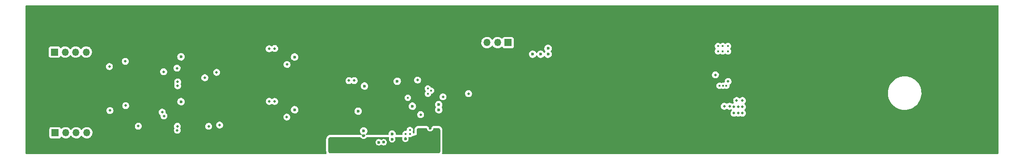
<source format=gbl>
G04 #@! TF.GenerationSoftware,KiCad,Pcbnew,(6.0.4)*
G04 #@! TF.CreationDate,2022-05-22T11:17:41+03:00*
G04 #@! TF.ProjectId,dock_rs232_prt,646f636b-5f72-4733-9233-325f7072742e,rev?*
G04 #@! TF.SameCoordinates,Original*
G04 #@! TF.FileFunction,Copper,L4,Bot*
G04 #@! TF.FilePolarity,Positive*
%FSLAX46Y46*%
G04 Gerber Fmt 4.6, Leading zero omitted, Abs format (unit mm)*
G04 Created by KiCad (PCBNEW (6.0.4)) date 2022-05-22 11:17:41*
%MOMM*%
%LPD*%
G01*
G04 APERTURE LIST*
G04 #@! TA.AperFunction,ComponentPad*
%ADD10C,2.600000*%
G04 #@! TD*
G04 #@! TA.AperFunction,ComponentPad*
%ADD11R,1.350000X1.350000*%
G04 #@! TD*
G04 #@! TA.AperFunction,ComponentPad*
%ADD12O,1.350000X1.350000*%
G04 #@! TD*
G04 #@! TA.AperFunction,ViaPad*
%ADD13C,0.600000*%
G04 #@! TD*
G04 #@! TA.AperFunction,ViaPad*
%ADD14C,0.400000*%
G04 #@! TD*
G04 #@! TA.AperFunction,ViaPad*
%ADD15C,0.500000*%
G04 #@! TD*
G04 APERTURE END LIST*
D10*
X202740569Y-113833157D03*
X333434272Y-113833157D03*
D11*
X205965919Y-95907354D03*
D12*
X207965919Y-95907354D03*
X209965919Y-95907354D03*
X211965919Y-95907354D03*
X213965919Y-95907354D03*
D10*
X383102927Y-113833157D03*
X280893489Y-88317435D03*
D11*
X206065919Y-111207354D03*
D12*
X208065919Y-111207354D03*
X210065919Y-111207354D03*
X212065919Y-111207354D03*
X214065919Y-111207354D03*
D10*
X383102927Y-88317435D03*
X280893489Y-113833157D03*
D11*
X291845919Y-94116641D03*
D12*
X289845919Y-94116641D03*
X287845919Y-94116641D03*
X285845919Y-94116641D03*
D10*
X333434272Y-88317435D03*
X202740569Y-88317435D03*
D13*
X327105919Y-87617354D03*
X267325919Y-105137354D03*
X328505919Y-97317354D03*
X365105919Y-114617354D03*
X263105919Y-95617354D03*
X378105919Y-87617354D03*
X294105919Y-87617354D03*
X269875919Y-112437354D03*
X348105919Y-114617354D03*
X249105919Y-87617354D03*
X201105919Y-107617354D03*
X348105919Y-107617354D03*
X378105919Y-107617354D03*
X223105919Y-87617354D03*
X223105919Y-93617354D03*
X263730116Y-102362004D03*
X211105919Y-87617354D03*
X252455919Y-97937354D03*
X270185919Y-105137354D03*
X283105919Y-95617354D03*
D14*
X275655919Y-102317354D03*
D13*
X238105919Y-114617354D03*
X248635919Y-95267354D03*
X298105919Y-99617354D03*
X348105919Y-95617354D03*
X266480116Y-98250851D03*
X307105919Y-110617354D03*
X230905919Y-106817354D03*
X272375919Y-102077354D03*
X365105919Y-95617354D03*
X206105919Y-114617354D03*
X296505919Y-92817354D03*
X265260116Y-99842004D03*
X277065919Y-110367354D03*
X268305919Y-113007354D03*
X333505919Y-109717354D03*
X250665919Y-105287354D03*
X378105919Y-114617354D03*
X384105919Y-96617354D03*
X384105919Y-105617354D03*
X325105919Y-110617354D03*
X270945919Y-96076201D03*
X270525919Y-98236201D03*
X348105919Y-87617354D03*
X275105919Y-95617354D03*
X248655919Y-105287354D03*
D15*
X245225919Y-99447354D03*
D13*
X229525919Y-107037354D03*
X378105919Y-95617354D03*
X316105919Y-110617354D03*
X263105919Y-87617354D03*
X252435919Y-108777354D03*
D15*
X245285919Y-109367354D03*
D13*
X267325919Y-108137354D03*
X298105919Y-110617354D03*
X365105919Y-87617354D03*
X268785919Y-105137354D03*
X275255919Y-106796201D03*
X365105919Y-107617354D03*
X275355919Y-109327354D03*
X261705919Y-106717354D03*
D15*
X250035919Y-100697354D03*
D13*
X279495919Y-103257354D03*
X316105919Y-99617354D03*
X268785919Y-106637354D03*
X311105919Y-87617354D03*
X267230116Y-99832004D03*
X226105919Y-114617354D03*
X267335919Y-113017354D03*
X216105919Y-114617354D03*
X278715919Y-104906201D03*
X276105919Y-87617354D03*
X335405919Y-96617354D03*
X249625919Y-105287354D03*
X298005919Y-92817354D03*
D14*
X331825919Y-98602354D03*
D13*
X266250116Y-99832004D03*
X226755919Y-98327354D03*
X270185919Y-108137354D03*
X267685919Y-93426201D03*
X249655919Y-95277354D03*
X201105919Y-96617354D03*
X252455919Y-98827354D03*
X267325919Y-106637354D03*
X211105919Y-103617354D03*
X270185919Y-106637354D03*
X236105919Y-87617354D03*
X230905919Y-98417354D03*
X325105919Y-99617354D03*
D14*
X334050919Y-100657354D03*
D13*
X338105919Y-114617354D03*
X256105919Y-95617354D03*
X332005919Y-109717354D03*
X278695919Y-107796201D03*
X307105919Y-99617354D03*
X252435919Y-107887354D03*
D15*
X250055919Y-110717354D03*
X289705919Y-99117354D03*
D13*
X264490116Y-111797004D03*
X236105919Y-93617354D03*
X272395919Y-112397354D03*
X250655919Y-95277354D03*
X268785919Y-108137354D03*
D14*
X275655919Y-101617354D03*
D15*
X262605919Y-112417354D03*
D13*
X278715919Y-106836201D03*
D15*
X334605919Y-107492354D03*
X333775919Y-106182354D03*
D13*
X278705919Y-105856201D03*
X278205919Y-112117354D03*
X229905919Y-105317354D03*
D15*
X263605919Y-112417354D03*
D13*
X261005919Y-113517354D03*
X229905919Y-96817354D03*
D14*
X275275919Y-111196201D03*
D15*
X284365919Y-103796201D03*
D14*
X275890116Y-111847004D03*
D15*
X335405919Y-106292354D03*
X275285919Y-107777354D03*
X336205919Y-107492354D03*
D13*
X278205919Y-113217354D03*
D15*
X334605919Y-106292354D03*
D13*
X258205919Y-113517354D03*
D14*
X274715919Y-111847004D03*
D13*
X273715919Y-106167354D03*
X269895919Y-111467354D03*
D15*
X335405919Y-107492354D03*
X336205919Y-105092354D03*
X335105919Y-105092354D03*
X262705919Y-101317354D03*
X336205919Y-106292354D03*
D13*
X259605919Y-113517354D03*
X278205919Y-110917354D03*
D15*
X261705919Y-101317354D03*
X332775919Y-106182354D03*
X274705919Y-101217354D03*
X279525919Y-104397354D03*
D14*
X272855919Y-104567354D03*
D13*
X298005919Y-96317354D03*
X299405919Y-95217354D03*
D14*
X276640116Y-102812004D03*
X333475919Y-95782354D03*
X331575919Y-95782354D03*
X332475919Y-95782354D03*
D15*
X247645919Y-105277354D03*
D13*
X296505919Y-96317354D03*
X299405919Y-96317354D03*
D14*
X332475919Y-94782354D03*
D15*
X247665919Y-95247354D03*
D13*
X251415919Y-106847354D03*
D14*
X331575919Y-94782354D03*
X276640116Y-103812004D03*
D13*
X251405919Y-96847354D03*
D14*
X333475919Y-94782354D03*
X277240116Y-103212004D03*
D13*
X264650116Y-102352004D03*
X263445919Y-107107354D03*
D14*
X273245919Y-111437004D03*
X272410116Y-111447004D03*
D13*
X264500116Y-110857004D03*
D14*
X273245919Y-110707004D03*
D13*
X270850116Y-101437004D03*
D14*
X331875919Y-102282354D03*
X332550919Y-102282354D03*
X333175919Y-102282354D03*
D15*
X229165919Y-98967354D03*
X226625919Y-99647354D03*
X226355919Y-107307354D03*
X226685919Y-108027354D03*
X221825919Y-109957354D03*
X331105919Y-100242354D03*
X333495919Y-101482354D03*
X216455919Y-106987354D03*
X219435919Y-106057354D03*
X216355919Y-98667354D03*
X219355919Y-97667354D03*
X249945919Y-108237354D03*
X246615919Y-105257354D03*
X249985919Y-98257354D03*
X246605919Y-95287354D03*
X235135919Y-109987354D03*
X229215919Y-109977354D03*
X229205919Y-110727354D03*
X237215919Y-109747354D03*
X229275919Y-101557354D03*
X234415919Y-100787354D03*
X229275919Y-102307354D03*
X236655919Y-99767354D03*
G04 #@! TA.AperFunction,Conductor*
G36*
X384647540Y-87037856D02*
G01*
X384694033Y-87091512D01*
X384705419Y-87143854D01*
X384705419Y-115090854D01*
X384685417Y-115158975D01*
X384631761Y-115205468D01*
X384579419Y-115216854D01*
X279455076Y-115216854D01*
X279386955Y-115196852D01*
X279340462Y-115143196D01*
X279330358Y-115072922D01*
X279338667Y-115042636D01*
X279361994Y-114986320D01*
X279362936Y-114984046D01*
X279375118Y-114946553D01*
X279389972Y-114884682D01*
X279404876Y-114790580D01*
X279408618Y-114758958D01*
X279410169Y-114739248D01*
X279411419Y-114707437D01*
X279411419Y-110727271D01*
X279410169Y-110695460D01*
X279408618Y-110675750D01*
X279406107Y-110654525D01*
X279405019Y-110645335D01*
X279405018Y-110645327D01*
X279404876Y-110644128D01*
X279393440Y-110571922D01*
X279390360Y-110552475D01*
X279390359Y-110552472D01*
X279389972Y-110550026D01*
X279388534Y-110544034D01*
X279375697Y-110490567D01*
X279375118Y-110488155D01*
X279365986Y-110460050D01*
X279363698Y-110453006D01*
X279363695Y-110452997D01*
X279362936Y-110450662D01*
X279338585Y-110391873D01*
X279337465Y-110389675D01*
X279337460Y-110389664D01*
X279317383Y-110350262D01*
X279299888Y-110315926D01*
X279266636Y-110261665D01*
X279252952Y-110242831D01*
X279244929Y-110231789D01*
X279244926Y-110231785D01*
X279243464Y-110229773D01*
X279202145Y-110181395D01*
X279141878Y-110121128D01*
X279093500Y-110079809D01*
X279070417Y-110063037D01*
X279063623Y-110058101D01*
X279063622Y-110058100D01*
X279061608Y-110056637D01*
X279007347Y-110023385D01*
X278959030Y-109998766D01*
X278933609Y-109985813D01*
X278933598Y-109985808D01*
X278931400Y-109984688D01*
X278872611Y-109960337D01*
X278870276Y-109959578D01*
X278870267Y-109959575D01*
X278856832Y-109955210D01*
X278835118Y-109948155D01*
X278773247Y-109933301D01*
X278770801Y-109932914D01*
X278770798Y-109932913D01*
X278741506Y-109928274D01*
X278679145Y-109918397D01*
X278677946Y-109918255D01*
X278677938Y-109918254D01*
X278648760Y-109914801D01*
X278648741Y-109914799D01*
X278647523Y-109914655D01*
X278627813Y-109913104D01*
X278626599Y-109913056D01*
X278626577Y-109913055D01*
X278607592Y-109912309D01*
X278596002Y-109911854D01*
X277788683Y-109911854D01*
X277786367Y-109912027D01*
X277786355Y-109912027D01*
X277730917Y-109916158D01*
X277730911Y-109916159D01*
X277728585Y-109916332D01*
X277726283Y-109916677D01*
X277726274Y-109916678D01*
X277693504Y-109921589D01*
X277693494Y-109921591D01*
X277691651Y-109921867D01*
X277644007Y-109931965D01*
X277637773Y-109934794D01*
X277637770Y-109934795D01*
X277543987Y-109977354D01*
X277528478Y-109984392D01*
X277469213Y-110023483D01*
X277390496Y-110091363D01*
X277356414Y-110144119D01*
X277330177Y-110184731D01*
X277321651Y-110197928D01*
X277319649Y-110202453D01*
X277319647Y-110202457D01*
X277306671Y-110231789D01*
X277292928Y-110262855D01*
X277283465Y-110296562D01*
X277264086Y-110365587D01*
X277261730Y-110373978D01*
X277261143Y-110378438D01*
X277261142Y-110378442D01*
X277258065Y-110401814D01*
X277249553Y-110433579D01*
X277242599Y-110450369D01*
X277226152Y-110478858D01*
X277217167Y-110490567D01*
X277215093Y-110493270D01*
X277191835Y-110516528D01*
X277190785Y-110517334D01*
X277177424Y-110527586D01*
X277148934Y-110544034D01*
X277132144Y-110550988D01*
X277100382Y-110559499D01*
X277082371Y-110561871D01*
X277049467Y-110561871D01*
X277031456Y-110559499D01*
X276999694Y-110550988D01*
X276982904Y-110544034D01*
X276954414Y-110527586D01*
X276941054Y-110517334D01*
X276940003Y-110516528D01*
X276916745Y-110493270D01*
X276914671Y-110490567D01*
X276905686Y-110478858D01*
X276889239Y-110450369D01*
X276882285Y-110433579D01*
X276873773Y-110401814D01*
X276872388Y-110391295D01*
X276870108Y-110373978D01*
X276869206Y-110369642D01*
X276861686Y-110333528D01*
X276857825Y-110314983D01*
X276856165Y-110309203D01*
X276848042Y-110280915D01*
X276848039Y-110280905D01*
X276847517Y-110279088D01*
X276831285Y-110233164D01*
X276817681Y-110211315D01*
X276802849Y-110187495D01*
X276764226Y-110125467D01*
X276758992Y-110119426D01*
X276741237Y-110098936D01*
X276717733Y-110071811D01*
X276640157Y-110002627D01*
X276586845Y-109977354D01*
X276529995Y-109950403D01*
X276529991Y-109950401D01*
X276525518Y-109948281D01*
X276520770Y-109946887D01*
X276520765Y-109946885D01*
X276461720Y-109929548D01*
X276461716Y-109929547D01*
X276457397Y-109928279D01*
X276452949Y-109927639D01*
X276452942Y-109927638D01*
X276347603Y-109912493D01*
X276347596Y-109912493D01*
X276343155Y-109911854D01*
X274915836Y-109911854D01*
X274904246Y-109912309D01*
X274885261Y-109913055D01*
X274885239Y-109913056D01*
X274884025Y-109913104D01*
X274864315Y-109914655D01*
X274863097Y-109914799D01*
X274863078Y-109914801D01*
X274833900Y-109918254D01*
X274833892Y-109918255D01*
X274832693Y-109918397D01*
X274770332Y-109928274D01*
X274741040Y-109932913D01*
X274741037Y-109932914D01*
X274738591Y-109933301D01*
X274676720Y-109948155D01*
X274655006Y-109955210D01*
X274641571Y-109959575D01*
X274641562Y-109959578D01*
X274639227Y-109960337D01*
X274580438Y-109984688D01*
X274578240Y-109985808D01*
X274578229Y-109985813D01*
X274552808Y-109998766D01*
X274504491Y-110023385D01*
X274450230Y-110056637D01*
X274448216Y-110058100D01*
X274448215Y-110058101D01*
X274441422Y-110063037D01*
X274418338Y-110079809D01*
X274369960Y-110121128D01*
X274309693Y-110181395D01*
X274268374Y-110229773D01*
X274266912Y-110231785D01*
X274266909Y-110231789D01*
X274258886Y-110242831D01*
X274245202Y-110261665D01*
X274211950Y-110315926D01*
X274194455Y-110350262D01*
X274174378Y-110389664D01*
X274174373Y-110389675D01*
X274173253Y-110391873D01*
X274148902Y-110450662D01*
X274148143Y-110452997D01*
X274148140Y-110453006D01*
X274145852Y-110460050D01*
X274136720Y-110488155D01*
X274136141Y-110490567D01*
X274123305Y-110544034D01*
X274121866Y-110550026D01*
X274121479Y-110552472D01*
X274121478Y-110552475D01*
X274118398Y-110571922D01*
X274106962Y-110644128D01*
X274106820Y-110645327D01*
X274106819Y-110645335D01*
X274105732Y-110654525D01*
X274103220Y-110675750D01*
X274101669Y-110695460D01*
X274101270Y-110695429D01*
X274095241Y-110712222D01*
X274098914Y-110720017D01*
X274100419Y-110739432D01*
X274100419Y-111247424D01*
X274080417Y-111315545D01*
X274026761Y-111362038D01*
X274018191Y-111365576D01*
X274004233Y-111370745D01*
X273997324Y-111373304D01*
X273926496Y-111378204D01*
X273864264Y-111344033D01*
X273831979Y-111287962D01*
X273830963Y-111280242D01*
X273770455Y-111134163D01*
X273769046Y-111132327D01*
X273752958Y-111066010D01*
X273768825Y-111011969D01*
X273770455Y-111009845D01*
X273822432Y-110884361D01*
X273827803Y-110871395D01*
X273830963Y-110863766D01*
X273833776Y-110842400D01*
X273849497Y-110722986D01*
X273853179Y-110714662D01*
X273851076Y-110703018D01*
X273849920Y-110694232D01*
X273833627Y-110570479D01*
X273832041Y-110558430D01*
X273830963Y-110550242D01*
X273770455Y-110404163D01*
X273683740Y-110291153D01*
X273679224Y-110285268D01*
X273674201Y-110278722D01*
X273643083Y-110254844D01*
X273613916Y-110232464D01*
X273548760Y-110182468D01*
X273402681Y-110121960D01*
X273383525Y-110119438D01*
X273254107Y-110102400D01*
X273245919Y-110101322D01*
X273237731Y-110102400D01*
X273108314Y-110119438D01*
X273089157Y-110121960D01*
X272943078Y-110182468D01*
X272877922Y-110232464D01*
X272848756Y-110254844D01*
X272817637Y-110278722D01*
X272812614Y-110285268D01*
X272808098Y-110291153D01*
X272721383Y-110404163D01*
X272660875Y-110550242D01*
X272659797Y-110558430D01*
X272658211Y-110570479D01*
X272640237Y-110707004D01*
X272641315Y-110715192D01*
X272641315Y-110723450D01*
X272639028Y-110723450D01*
X272629920Y-110781865D01*
X272582793Y-110834965D01*
X272514440Y-110854157D01*
X272499490Y-110853088D01*
X272418304Y-110842400D01*
X272410116Y-110841322D01*
X272253354Y-110861960D01*
X272107275Y-110922468D01*
X271981834Y-111018722D01*
X271976811Y-111025268D01*
X271968584Y-111035990D01*
X271885580Y-111144163D01*
X271825072Y-111290242D01*
X271823994Y-111298430D01*
X271823866Y-111299401D01*
X271804434Y-111447004D01*
X271807384Y-111469408D01*
X271796446Y-111539554D01*
X271749319Y-111592654D01*
X271682462Y-111611854D01*
X270727219Y-111611854D01*
X270659098Y-111591852D01*
X270612605Y-111538196D01*
X270602627Y-111482145D01*
X270601409Y-111482132D01*
X270601521Y-111471489D01*
X270601521Y-111471483D01*
X270601564Y-111467354D01*
X270599759Y-111452434D01*
X270596769Y-111427728D01*
X270581195Y-111299034D01*
X270521264Y-111140431D01*
X270470116Y-111066010D01*
X270429533Y-111006962D01*
X270429532Y-111006961D01*
X270425231Y-111000703D01*
X270343065Y-110927495D01*
X270304311Y-110892966D01*
X270304307Y-110892964D01*
X270298640Y-110887914D01*
X270291473Y-110884119D01*
X270181408Y-110825843D01*
X270148800Y-110808578D01*
X269984360Y-110767273D01*
X269976762Y-110767233D01*
X269976760Y-110767233D01*
X269899587Y-110766829D01*
X269814814Y-110766385D01*
X269807427Y-110768159D01*
X269807423Y-110768159D01*
X269699729Y-110794015D01*
X269649951Y-110805966D01*
X269643207Y-110809447D01*
X269643204Y-110809448D01*
X269522435Y-110871782D01*
X269499288Y-110883729D01*
X269371523Y-110995185D01*
X269274032Y-111133901D01*
X269212443Y-111291867D01*
X269211451Y-111299400D01*
X269211451Y-111299401D01*
X269192316Y-111444751D01*
X269190313Y-111459965D01*
X269191645Y-111472026D01*
X269179241Y-111541929D01*
X269131012Y-111594030D01*
X269066406Y-111611854D01*
X265133012Y-111611854D01*
X265036585Y-111626596D01*
X264966226Y-111617119D01*
X264912158Y-111571106D01*
X264891550Y-111503166D01*
X264910944Y-111434870D01*
X264935714Y-111406232D01*
X265013767Y-111339568D01*
X265013768Y-111339567D01*
X265019539Y-111334638D01*
X265118477Y-111196951D01*
X265126353Y-111177360D01*
X265178882Y-111046691D01*
X265178883Y-111046689D01*
X265181717Y-111039638D01*
X265197677Y-110927495D01*
X265205025Y-110875866D01*
X265205025Y-110875863D01*
X265205606Y-110871782D01*
X265205761Y-110857004D01*
X265203956Y-110842084D01*
X265195126Y-110769124D01*
X265185392Y-110688684D01*
X265125461Y-110530081D01*
X265095425Y-110486379D01*
X265033730Y-110396612D01*
X265033729Y-110396611D01*
X265029428Y-110390353D01*
X265016933Y-110379220D01*
X264908508Y-110282616D01*
X264908504Y-110282614D01*
X264902837Y-110277564D01*
X264895538Y-110273699D01*
X264809011Y-110227886D01*
X264752997Y-110198228D01*
X264588557Y-110156923D01*
X264580959Y-110156883D01*
X264580957Y-110156883D01*
X264503784Y-110156479D01*
X264419011Y-110156035D01*
X264411624Y-110157809D01*
X264411620Y-110157809D01*
X264273808Y-110190896D01*
X264254148Y-110195616D01*
X264247404Y-110199097D01*
X264247401Y-110199098D01*
X264152559Y-110248050D01*
X264103485Y-110273379D01*
X264097763Y-110278371D01*
X264097761Y-110278372D01*
X264057129Y-110313818D01*
X263975720Y-110384835D01*
X263943366Y-110430870D01*
X263883165Y-110516528D01*
X263878229Y-110523551D01*
X263816640Y-110681517D01*
X263815648Y-110689050D01*
X263815648Y-110689051D01*
X263795602Y-110841322D01*
X263794510Y-110849615D01*
X263813115Y-111018139D01*
X263832827Y-111072004D01*
X263859234Y-111144163D01*
X263871382Y-111177360D01*
X263875618Y-111183663D01*
X263875618Y-111183664D01*
X263888690Y-111203117D01*
X263965946Y-111318087D01*
X263971558Y-111323194D01*
X263971561Y-111323197D01*
X264068357Y-111411274D01*
X264105279Y-111471914D01*
X264103556Y-111542890D01*
X264063734Y-111601666D01*
X263998456Y-111629583D01*
X263961529Y-111627814D01*
X263961462Y-111628279D01*
X263851668Y-111612493D01*
X263851661Y-111612493D01*
X263847220Y-111611854D01*
X258215836Y-111611854D01*
X258204246Y-111612309D01*
X258185261Y-111613055D01*
X258185239Y-111613056D01*
X258184025Y-111613104D01*
X258164315Y-111614655D01*
X258163097Y-111614799D01*
X258163078Y-111614801D01*
X258133900Y-111618254D01*
X258133892Y-111618255D01*
X258132693Y-111618397D01*
X258080926Y-111626596D01*
X258041040Y-111632913D01*
X258041037Y-111632914D01*
X258038591Y-111633301D01*
X257976720Y-111648155D01*
X257955006Y-111655210D01*
X257941571Y-111659575D01*
X257941562Y-111659578D01*
X257939227Y-111660337D01*
X257880438Y-111684688D01*
X257878240Y-111685808D01*
X257878229Y-111685813D01*
X257849847Y-111700275D01*
X257804491Y-111723385D01*
X257750230Y-111756637D01*
X257748216Y-111758100D01*
X257748215Y-111758101D01*
X257721998Y-111777150D01*
X257718338Y-111779809D01*
X257689449Y-111804483D01*
X257672295Y-111819134D01*
X257669960Y-111821128D01*
X257609693Y-111881395D01*
X257568374Y-111929773D01*
X257545202Y-111961665D01*
X257511950Y-112015926D01*
X257503096Y-112033303D01*
X257474378Y-112089664D01*
X257474373Y-112089675D01*
X257473253Y-112091873D01*
X257448902Y-112150662D01*
X257448143Y-112152997D01*
X257448140Y-112153006D01*
X257446168Y-112159077D01*
X257436720Y-112188155D01*
X257421866Y-112250026D01*
X257406962Y-112344128D01*
X257406820Y-112345327D01*
X257406819Y-112345335D01*
X257403768Y-112371122D01*
X257403220Y-112375750D01*
X257401669Y-112395460D01*
X257401621Y-112396674D01*
X257401620Y-112396696D01*
X257401377Y-112402891D01*
X257400419Y-112427271D01*
X257400419Y-114707437D01*
X257401669Y-114739248D01*
X257403220Y-114758958D01*
X257406962Y-114790580D01*
X257421866Y-114884682D01*
X257436720Y-114946553D01*
X257448902Y-114984046D01*
X257449844Y-114986320D01*
X257473171Y-115042636D01*
X257480760Y-115113225D01*
X257448981Y-115176712D01*
X257387923Y-115212940D01*
X257356762Y-115216854D01*
X200632419Y-115216854D01*
X200564298Y-115196852D01*
X200517805Y-115143196D01*
X200506419Y-115090854D01*
X200506419Y-110500835D01*
X204990419Y-110500835D01*
X204990420Y-111913872D01*
X204991195Y-111918765D01*
X204991195Y-111918766D01*
X205002342Y-111989149D01*
X205005273Y-112007658D01*
X205062869Y-112120696D01*
X205152577Y-112210404D01*
X205265615Y-112268000D01*
X205275404Y-112269550D01*
X205275406Y-112269551D01*
X205302768Y-112273884D01*
X205359400Y-112282854D01*
X206065776Y-112282854D01*
X206772437Y-112282853D01*
X206777331Y-112282078D01*
X206856425Y-112269552D01*
X206856427Y-112269551D01*
X206866223Y-112268000D01*
X206979261Y-112210404D01*
X207068969Y-112120696D01*
X207121712Y-112017183D01*
X207170459Y-111965569D01*
X207239374Y-111948503D01*
X207306576Y-111971404D01*
X207321899Y-111984132D01*
X207382048Y-112042726D01*
X207386185Y-112046756D01*
X207550536Y-112156571D01*
X207555838Y-112158849D01*
X207555840Y-112158850D01*
X207675834Y-112210404D01*
X207732147Y-112234598D01*
X207789687Y-112247618D01*
X207919300Y-112276947D01*
X207919306Y-112276948D01*
X207924937Y-112278222D01*
X207930708Y-112278449D01*
X207930710Y-112278449D01*
X207991303Y-112280829D01*
X208122447Y-112285982D01*
X208232281Y-112270057D01*
X208312351Y-112258448D01*
X208312356Y-112258447D01*
X208318065Y-112257619D01*
X208323529Y-112255764D01*
X208323534Y-112255763D01*
X208499767Y-112195940D01*
X208499772Y-112195938D01*
X208505239Y-112194082D01*
X208510280Y-112191259D01*
X208672661Y-112100321D01*
X208672665Y-112100318D01*
X208677699Y-112097499D01*
X208682136Y-112093808D01*
X208682140Y-112093806D01*
X208825233Y-111974797D01*
X208829671Y-111971106D01*
X208858802Y-111936080D01*
X208952371Y-111823575D01*
X208952373Y-111823571D01*
X208956064Y-111819134D01*
X208958885Y-111814097D01*
X208962159Y-111809333D01*
X208963512Y-111810263D01*
X209008760Y-111765975D01*
X209078292Y-111751628D01*
X209144542Y-111777150D01*
X209170854Y-111804483D01*
X209205662Y-111853735D01*
X209244598Y-111908828D01*
X209248732Y-111912855D01*
X209356797Y-112018127D01*
X209386185Y-112046756D01*
X209550536Y-112156571D01*
X209555838Y-112158849D01*
X209555840Y-112158850D01*
X209675834Y-112210404D01*
X209732147Y-112234598D01*
X209789687Y-112247618D01*
X209919300Y-112276947D01*
X209919306Y-112276948D01*
X209924937Y-112278222D01*
X209930708Y-112278449D01*
X209930710Y-112278449D01*
X209991303Y-112280829D01*
X210122447Y-112285982D01*
X210232281Y-112270057D01*
X210312351Y-112258448D01*
X210312356Y-112258447D01*
X210318065Y-112257619D01*
X210323529Y-112255764D01*
X210323534Y-112255763D01*
X210499767Y-112195940D01*
X210499772Y-112195938D01*
X210505239Y-112194082D01*
X210510280Y-112191259D01*
X210672661Y-112100321D01*
X210672665Y-112100318D01*
X210677699Y-112097499D01*
X210682136Y-112093808D01*
X210682140Y-112093806D01*
X210825233Y-111974797D01*
X210829671Y-111971106D01*
X210858802Y-111936080D01*
X210952371Y-111823575D01*
X210952373Y-111823571D01*
X210956064Y-111819134D01*
X210958885Y-111814097D01*
X210962159Y-111809333D01*
X210963512Y-111810263D01*
X211008760Y-111765975D01*
X211078292Y-111751628D01*
X211144542Y-111777150D01*
X211170854Y-111804483D01*
X211205662Y-111853735D01*
X211244598Y-111908828D01*
X211248732Y-111912855D01*
X211356797Y-112018127D01*
X211386185Y-112046756D01*
X211550536Y-112156571D01*
X211555838Y-112158849D01*
X211555840Y-112158850D01*
X211675834Y-112210404D01*
X211732147Y-112234598D01*
X211789687Y-112247618D01*
X211919300Y-112276947D01*
X211919306Y-112276948D01*
X211924937Y-112278222D01*
X211930708Y-112278449D01*
X211930710Y-112278449D01*
X211991303Y-112280829D01*
X212122447Y-112285982D01*
X212232281Y-112270057D01*
X212312351Y-112258448D01*
X212312356Y-112258447D01*
X212318065Y-112257619D01*
X212323529Y-112255764D01*
X212323534Y-112255763D01*
X212499767Y-112195940D01*
X212499772Y-112195938D01*
X212505239Y-112194082D01*
X212510280Y-112191259D01*
X212672661Y-112100321D01*
X212672665Y-112100318D01*
X212677699Y-112097499D01*
X212682136Y-112093808D01*
X212682140Y-112093806D01*
X212825233Y-111974797D01*
X212829671Y-111971106D01*
X212858802Y-111936080D01*
X212952371Y-111823575D01*
X212952373Y-111823571D01*
X212956064Y-111819134D01*
X212958883Y-111814100D01*
X212958886Y-111814096D01*
X213049824Y-111651715D01*
X213049824Y-111651714D01*
X213052647Y-111646674D01*
X213054503Y-111641207D01*
X213054505Y-111641202D01*
X213114328Y-111464969D01*
X213114329Y-111464964D01*
X213116184Y-111459500D01*
X213117012Y-111453791D01*
X213117013Y-111453786D01*
X213140725Y-111290242D01*
X213144547Y-111263882D01*
X213146027Y-111207354D01*
X213143851Y-111183664D01*
X213128640Y-111018139D01*
X213127940Y-111010520D01*
X213074287Y-110820278D01*
X213068947Y-110809448D01*
X213025078Y-110720492D01*
X228550677Y-110720492D01*
X228567954Y-110876987D01*
X228622062Y-111024844D01*
X228626299Y-111031150D01*
X228626301Y-111031153D01*
X228653752Y-111072004D01*
X228709877Y-111155526D01*
X228826329Y-111261489D01*
X228869240Y-111284788D01*
X228958018Y-111332991D01*
X228958020Y-111332992D01*
X228964695Y-111336616D01*
X228972044Y-111338544D01*
X229109638Y-111374641D01*
X229109640Y-111374641D01*
X229116988Y-111376569D01*
X229200299Y-111377878D01*
X229266817Y-111378923D01*
X229266820Y-111378923D01*
X229274414Y-111379042D01*
X229427887Y-111343892D01*
X229568544Y-111273149D01*
X229598664Y-111247424D01*
X229682493Y-111175828D01*
X229682495Y-111175825D01*
X229688267Y-111170896D01*
X229780143Y-111043037D01*
X229790901Y-111016277D01*
X229826591Y-110927495D01*
X229838869Y-110896952D01*
X229850941Y-110812130D01*
X229860472Y-110745161D01*
X229860472Y-110745158D01*
X229861053Y-110741077D01*
X229861197Y-110727354D01*
X229860669Y-110722986D01*
X229851616Y-110648178D01*
X229842282Y-110571048D01*
X229786629Y-110423766D01*
X229783417Y-110419092D01*
X229769741Y-110350262D01*
X229784824Y-110300815D01*
X229785704Y-110299214D01*
X229790143Y-110293037D01*
X229793329Y-110285113D01*
X229822995Y-110211315D01*
X229848869Y-110146952D01*
X229866455Y-110023385D01*
X229870472Y-109995161D01*
X229870472Y-109995158D01*
X229871053Y-109991077D01*
X229871164Y-109980492D01*
X234480677Y-109980492D01*
X234497954Y-110136987D01*
X234552062Y-110284844D01*
X234556299Y-110291150D01*
X234556301Y-110291153D01*
X234572948Y-110315926D01*
X234639877Y-110415526D01*
X234659717Y-110433579D01*
X234736174Y-110503149D01*
X234756329Y-110521489D01*
X234797852Y-110544034D01*
X234888018Y-110592991D01*
X234888020Y-110592992D01*
X234894695Y-110596616D01*
X234902044Y-110598544D01*
X235039638Y-110634641D01*
X235039640Y-110634641D01*
X235046988Y-110636569D01*
X235130299Y-110637878D01*
X235196817Y-110638923D01*
X235196820Y-110638923D01*
X235204414Y-110639042D01*
X235357887Y-110603892D01*
X235498544Y-110533149D01*
X235542104Y-110495945D01*
X235612493Y-110435828D01*
X235612495Y-110435825D01*
X235618267Y-110430896D01*
X235710143Y-110303037D01*
X235716590Y-110287001D01*
X235735638Y-110239617D01*
X235768869Y-110156952D01*
X235782235Y-110063037D01*
X235790472Y-110005161D01*
X235790472Y-110005158D01*
X235791053Y-110001077D01*
X235791197Y-109987354D01*
X235790591Y-109982342D01*
X235784494Y-109931965D01*
X235772282Y-109831048D01*
X235755758Y-109787317D01*
X235738064Y-109740492D01*
X236560677Y-109740492D01*
X236577954Y-109896987D01*
X236632062Y-110044844D01*
X236636299Y-110051150D01*
X236636301Y-110051153D01*
X236676628Y-110111165D01*
X236719877Y-110175526D01*
X236836329Y-110281489D01*
X236864090Y-110296562D01*
X236968018Y-110352991D01*
X236968020Y-110352992D01*
X236974695Y-110356616D01*
X236982044Y-110358544D01*
X237119638Y-110394641D01*
X237119640Y-110394641D01*
X237126988Y-110396569D01*
X237210299Y-110397878D01*
X237276817Y-110398923D01*
X237276820Y-110398923D01*
X237284414Y-110399042D01*
X237437887Y-110363892D01*
X237578544Y-110293149D01*
X237618833Y-110258739D01*
X237692493Y-110195828D01*
X237692495Y-110195825D01*
X237698267Y-110190896D01*
X237790143Y-110063037D01*
X237848869Y-109916952D01*
X237865240Y-109801922D01*
X237870472Y-109765161D01*
X237870472Y-109765158D01*
X237871053Y-109761077D01*
X237871197Y-109747354D01*
X237852282Y-109591048D01*
X237830685Y-109533892D01*
X237799313Y-109450868D01*
X237799312Y-109450865D01*
X237796629Y-109443766D01*
X237707450Y-109314011D01*
X237660890Y-109272528D01*
X237595567Y-109214326D01*
X237595564Y-109214324D01*
X237589895Y-109209273D01*
X237450750Y-109135599D01*
X237434041Y-109131402D01*
X237305417Y-109099094D01*
X237305415Y-109099094D01*
X237298047Y-109097243D01*
X237290449Y-109097203D01*
X237290447Y-109097203D01*
X237223238Y-109096851D01*
X237140603Y-109096419D01*
X237133224Y-109098191D01*
X237133220Y-109098191D01*
X236994886Y-109131402D01*
X236994882Y-109131403D01*
X236987507Y-109133174D01*
X236847598Y-109205386D01*
X236841876Y-109210378D01*
X236841874Y-109210379D01*
X236734678Y-109303892D01*
X236734675Y-109303895D01*
X236728953Y-109308887D01*
X236692045Y-109361402D01*
X236647821Y-109424326D01*
X236638420Y-109437702D01*
X236581228Y-109584393D01*
X236580237Y-109591922D01*
X236568527Y-109680868D01*
X236560677Y-109740492D01*
X235738064Y-109740492D01*
X235719313Y-109690868D01*
X235719312Y-109690865D01*
X235716629Y-109683766D01*
X235627450Y-109554011D01*
X235580890Y-109512528D01*
X235515567Y-109454326D01*
X235515564Y-109454324D01*
X235509895Y-109449273D01*
X235491009Y-109439273D01*
X235377462Y-109379153D01*
X235377463Y-109379153D01*
X235370750Y-109375599D01*
X235314229Y-109361402D01*
X235225417Y-109339094D01*
X235225415Y-109339094D01*
X235218047Y-109337243D01*
X235210449Y-109337203D01*
X235210447Y-109337203D01*
X235143238Y-109336851D01*
X235060603Y-109336419D01*
X235053224Y-109338191D01*
X235053220Y-109338191D01*
X234914886Y-109371402D01*
X234914882Y-109371403D01*
X234907507Y-109373174D01*
X234900762Y-109376655D01*
X234900763Y-109376655D01*
X234782486Y-109437702D01*
X234767598Y-109445386D01*
X234761876Y-109450378D01*
X234761874Y-109450379D01*
X234654678Y-109543892D01*
X234654675Y-109543895D01*
X234648953Y-109548887D01*
X234644586Y-109555101D01*
X234569818Y-109661485D01*
X234558420Y-109677702D01*
X234501228Y-109824393D01*
X234500237Y-109831922D01*
X234481917Y-109971077D01*
X234480677Y-109980492D01*
X229871164Y-109980492D01*
X229871197Y-109977354D01*
X229870666Y-109972961D01*
X229864741Y-109924006D01*
X229852282Y-109821048D01*
X229825998Y-109751488D01*
X229799313Y-109680868D01*
X229799312Y-109680865D01*
X229796629Y-109673766D01*
X229707450Y-109544011D01*
X229660890Y-109502528D01*
X229595567Y-109444326D01*
X229595564Y-109444324D01*
X229589895Y-109439273D01*
X229450750Y-109365599D01*
X229434041Y-109361402D01*
X229305417Y-109329094D01*
X229305415Y-109329094D01*
X229298047Y-109327243D01*
X229290449Y-109327203D01*
X229290447Y-109327203D01*
X229223238Y-109326851D01*
X229140603Y-109326419D01*
X229133224Y-109328191D01*
X229133220Y-109328191D01*
X228994886Y-109361402D01*
X228994882Y-109361403D01*
X228987507Y-109363174D01*
X228967018Y-109373749D01*
X228878817Y-109419273D01*
X228847598Y-109435386D01*
X228841876Y-109440378D01*
X228841874Y-109440379D01*
X228734678Y-109533892D01*
X228734675Y-109533895D01*
X228728953Y-109538887D01*
X228720952Y-109550271D01*
X228652611Y-109647511D01*
X228638420Y-109667702D01*
X228581228Y-109814393D01*
X228579359Y-109828588D01*
X228561890Y-109961279D01*
X228560677Y-109970492D01*
X228577954Y-110126987D01*
X228582506Y-110139426D01*
X228629450Y-110267708D01*
X228629452Y-110267712D01*
X228632062Y-110274844D01*
X228636301Y-110281153D01*
X228638883Y-110286219D01*
X228651988Y-110355995D01*
X228634254Y-110403650D01*
X228636379Y-110404790D01*
X228632789Y-110411485D01*
X228628420Y-110417702D01*
X228571228Y-110564393D01*
X228569754Y-110575587D01*
X228551766Y-110712222D01*
X228550677Y-110720492D01*
X213025078Y-110720492D01*
X212989416Y-110648178D01*
X212986862Y-110642999D01*
X212902953Y-110530631D01*
X212872049Y-110489245D01*
X212872048Y-110489244D01*
X212868596Y-110484621D01*
X212846134Y-110463857D01*
X212727688Y-110354367D01*
X212727686Y-110354365D01*
X212723447Y-110350447D01*
X212556278Y-110244971D01*
X212550918Y-110242833D01*
X212550915Y-110242831D01*
X212438364Y-110197928D01*
X212372686Y-110171725D01*
X212367026Y-110170599D01*
X212367022Y-110170598D01*
X212184488Y-110134290D01*
X212184486Y-110134290D01*
X212178821Y-110133163D01*
X212173046Y-110133087D01*
X212173042Y-110133087D01*
X212074606Y-110131799D01*
X211981175Y-110130576D01*
X211975478Y-110131555D01*
X211975477Y-110131555D01*
X211792063Y-110163071D01*
X211786366Y-110164050D01*
X211600921Y-110232464D01*
X211595960Y-110235416D01*
X211595959Y-110235416D01*
X211436015Y-110330572D01*
X211436012Y-110330574D01*
X211431047Y-110333528D01*
X211426707Y-110337334D01*
X211426703Y-110337337D01*
X211314397Y-110435828D01*
X211282436Y-110463857D01*
X211163604Y-110614595D01*
X211105724Y-110655707D01*
X211034804Y-110659001D01*
X210973361Y-110623430D01*
X210963697Y-110611977D01*
X210872049Y-110489245D01*
X210872048Y-110489244D01*
X210868596Y-110484621D01*
X210846134Y-110463857D01*
X210727688Y-110354367D01*
X210727686Y-110354365D01*
X210723447Y-110350447D01*
X210556278Y-110244971D01*
X210550918Y-110242833D01*
X210550915Y-110242831D01*
X210438364Y-110197928D01*
X210372686Y-110171725D01*
X210367026Y-110170599D01*
X210367022Y-110170598D01*
X210184488Y-110134290D01*
X210184486Y-110134290D01*
X210178821Y-110133163D01*
X210173046Y-110133087D01*
X210173042Y-110133087D01*
X210074606Y-110131799D01*
X209981175Y-110130576D01*
X209975478Y-110131555D01*
X209975477Y-110131555D01*
X209792063Y-110163071D01*
X209786366Y-110164050D01*
X209600921Y-110232464D01*
X209595960Y-110235416D01*
X209595959Y-110235416D01*
X209436015Y-110330572D01*
X209436012Y-110330574D01*
X209431047Y-110333528D01*
X209426707Y-110337334D01*
X209426703Y-110337337D01*
X209314397Y-110435828D01*
X209282436Y-110463857D01*
X209163604Y-110614595D01*
X209105724Y-110655707D01*
X209034804Y-110659001D01*
X208973361Y-110623430D01*
X208963697Y-110611977D01*
X208872049Y-110489245D01*
X208872048Y-110489244D01*
X208868596Y-110484621D01*
X208846134Y-110463857D01*
X208727688Y-110354367D01*
X208727686Y-110354365D01*
X208723447Y-110350447D01*
X208556278Y-110244971D01*
X208550918Y-110242833D01*
X208550915Y-110242831D01*
X208438364Y-110197928D01*
X208372686Y-110171725D01*
X208367026Y-110170599D01*
X208367022Y-110170598D01*
X208184488Y-110134290D01*
X208184486Y-110134290D01*
X208178821Y-110133163D01*
X208173046Y-110133087D01*
X208173042Y-110133087D01*
X208074606Y-110131799D01*
X207981175Y-110130576D01*
X207975478Y-110131555D01*
X207975477Y-110131555D01*
X207792063Y-110163071D01*
X207786366Y-110164050D01*
X207600921Y-110232464D01*
X207595960Y-110235416D01*
X207595959Y-110235416D01*
X207436015Y-110330572D01*
X207436012Y-110330574D01*
X207431047Y-110333528D01*
X207426704Y-110337337D01*
X207426697Y-110337342D01*
X207316508Y-110433976D01*
X207252104Y-110463854D01*
X207181771Y-110454168D01*
X207127840Y-110407996D01*
X207121163Y-110396448D01*
X207109714Y-110373978D01*
X207068969Y-110294012D01*
X206979261Y-110204304D01*
X206866223Y-110146708D01*
X206856434Y-110145158D01*
X206856432Y-110145157D01*
X206829070Y-110140824D01*
X206772438Y-110131854D01*
X206066062Y-110131854D01*
X205359401Y-110131855D01*
X205354508Y-110132630D01*
X205354507Y-110132630D01*
X205275413Y-110145156D01*
X205275411Y-110145157D01*
X205265615Y-110146708D01*
X205256778Y-110151211D01*
X205256777Y-110151211D01*
X205245567Y-110156923D01*
X205152577Y-110204304D01*
X205062869Y-110294012D01*
X205005273Y-110407050D01*
X205003723Y-110416839D01*
X205003722Y-110416841D01*
X205002464Y-110424784D01*
X204990419Y-110500835D01*
X200506419Y-110500835D01*
X200506419Y-109950492D01*
X221170677Y-109950492D01*
X221187954Y-110106987D01*
X221242062Y-110254844D01*
X221246299Y-110261150D01*
X221246301Y-110261153D01*
X221281691Y-110313818D01*
X221329877Y-110385526D01*
X221379738Y-110430896D01*
X221434478Y-110480705D01*
X221446329Y-110491489D01*
X221492445Y-110516528D01*
X221578018Y-110562991D01*
X221578020Y-110562992D01*
X221584695Y-110566616D01*
X221592044Y-110568544D01*
X221729638Y-110604641D01*
X221729640Y-110604641D01*
X221736988Y-110606569D01*
X221820299Y-110607878D01*
X221886817Y-110608923D01*
X221886820Y-110608923D01*
X221894414Y-110609042D01*
X222047887Y-110573892D01*
X222188544Y-110503149D01*
X222234553Y-110463854D01*
X222302493Y-110405828D01*
X222302495Y-110405825D01*
X222308267Y-110400896D01*
X222400143Y-110273037D01*
X222403864Y-110263782D01*
X222428788Y-110201780D01*
X222458869Y-110126952D01*
X222476563Y-110002627D01*
X222480472Y-109975161D01*
X222480472Y-109975158D01*
X222481053Y-109971077D01*
X222481197Y-109957354D01*
X222462282Y-109801048D01*
X222457094Y-109787317D01*
X222409313Y-109660868D01*
X222409312Y-109660865D01*
X222406629Y-109653766D01*
X222317450Y-109524011D01*
X222239238Y-109454326D01*
X222205567Y-109424326D01*
X222205564Y-109424324D01*
X222199895Y-109419273D01*
X222060750Y-109345599D01*
X222044041Y-109341402D01*
X221915417Y-109309094D01*
X221915415Y-109309094D01*
X221908047Y-109307243D01*
X221900449Y-109307203D01*
X221900447Y-109307203D01*
X221833238Y-109306851D01*
X221750603Y-109306419D01*
X221743224Y-109308191D01*
X221743220Y-109308191D01*
X221604886Y-109341402D01*
X221604882Y-109341403D01*
X221597507Y-109343174D01*
X221457598Y-109415386D01*
X221451876Y-109420378D01*
X221451874Y-109420379D01*
X221344678Y-109513892D01*
X221344675Y-109513895D01*
X221338953Y-109518887D01*
X221248420Y-109647702D01*
X221191228Y-109794393D01*
X221190237Y-109801922D01*
X221172744Y-109934795D01*
X221170677Y-109950492D01*
X200506419Y-109950492D01*
X200506419Y-106980492D01*
X215800677Y-106980492D01*
X215817954Y-107136987D01*
X215872062Y-107284844D01*
X215876299Y-107291150D01*
X215876301Y-107291153D01*
X215908424Y-107338956D01*
X215959877Y-107415526D01*
X215987053Y-107440254D01*
X216065112Y-107511282D01*
X216076329Y-107521489D01*
X216127243Y-107549133D01*
X216208018Y-107592991D01*
X216208020Y-107592992D01*
X216214695Y-107596616D01*
X216222044Y-107598544D01*
X216359638Y-107634641D01*
X216359640Y-107634641D01*
X216366988Y-107636569D01*
X216450299Y-107637878D01*
X216516817Y-107638923D01*
X216516820Y-107638923D01*
X216524414Y-107639042D01*
X216677887Y-107603892D01*
X216818544Y-107533149D01*
X216855221Y-107501824D01*
X216932493Y-107435828D01*
X216932495Y-107435825D01*
X216938267Y-107430896D01*
X217030143Y-107303037D01*
X217031166Y-107300492D01*
X225700677Y-107300492D01*
X225717954Y-107456987D01*
X225772062Y-107604844D01*
X225776299Y-107611150D01*
X225776301Y-107611153D01*
X225794962Y-107638923D01*
X225859877Y-107735526D01*
X225976329Y-107841489D01*
X225982998Y-107845110D01*
X225985877Y-107847156D01*
X226029818Y-107902921D01*
X226037810Y-107966307D01*
X226031668Y-108012960D01*
X226031668Y-108012965D01*
X226030677Y-108020492D01*
X226047954Y-108176987D01*
X226102062Y-108324844D01*
X226106299Y-108331150D01*
X226106301Y-108331153D01*
X226144867Y-108388544D01*
X226189877Y-108455526D01*
X226306329Y-108561489D01*
X226313004Y-108565113D01*
X226438018Y-108632991D01*
X226438020Y-108632992D01*
X226444695Y-108636616D01*
X226452044Y-108638544D01*
X226589638Y-108674641D01*
X226589640Y-108674641D01*
X226596988Y-108676569D01*
X226680299Y-108677878D01*
X226746817Y-108678923D01*
X226746820Y-108678923D01*
X226754414Y-108679042D01*
X226907887Y-108643892D01*
X227048544Y-108573149D01*
X227086007Y-108541153D01*
X227162493Y-108475828D01*
X227162495Y-108475825D01*
X227168267Y-108470896D01*
X227260143Y-108343037D01*
X227305386Y-108230492D01*
X249290677Y-108230492D01*
X249307954Y-108386987D01*
X249362062Y-108534844D01*
X249366299Y-108541150D01*
X249366301Y-108541153D01*
X249382402Y-108565113D01*
X249449877Y-108665526D01*
X249566329Y-108771489D01*
X249573004Y-108775113D01*
X249698018Y-108842991D01*
X249698020Y-108842992D01*
X249704695Y-108846616D01*
X249712044Y-108848544D01*
X249849638Y-108884641D01*
X249849640Y-108884641D01*
X249856988Y-108886569D01*
X249940299Y-108887878D01*
X250006817Y-108888923D01*
X250006820Y-108888923D01*
X250014414Y-108889042D01*
X250167887Y-108853892D01*
X250308544Y-108783149D01*
X250334788Y-108760735D01*
X250422493Y-108685828D01*
X250422495Y-108685825D01*
X250428267Y-108680896D01*
X250520143Y-108553037D01*
X250578869Y-108406952D01*
X250591570Y-108317708D01*
X250600472Y-108255161D01*
X250600472Y-108255158D01*
X250601053Y-108251077D01*
X250601197Y-108237354D01*
X250582282Y-108081048D01*
X250569436Y-108047052D01*
X250529313Y-107940868D01*
X250529312Y-107940865D01*
X250526629Y-107933766D01*
X250437450Y-107804011D01*
X250366320Y-107740636D01*
X250325567Y-107704326D01*
X250325564Y-107704324D01*
X250319895Y-107699273D01*
X250180750Y-107625599D01*
X250107966Y-107607317D01*
X250035417Y-107589094D01*
X250035415Y-107589094D01*
X250028047Y-107587243D01*
X250020449Y-107587203D01*
X250020447Y-107587203D01*
X249953238Y-107586851D01*
X249870603Y-107586419D01*
X249863224Y-107588191D01*
X249863220Y-107588191D01*
X249724886Y-107621402D01*
X249724882Y-107621403D01*
X249717507Y-107623174D01*
X249577598Y-107695386D01*
X249571876Y-107700378D01*
X249571874Y-107700379D01*
X249464678Y-107793892D01*
X249464675Y-107793895D01*
X249458953Y-107798887D01*
X249368420Y-107927702D01*
X249311228Y-108074393D01*
X249306686Y-108108892D01*
X249293964Y-108205526D01*
X249290677Y-108230492D01*
X227305386Y-108230492D01*
X227318869Y-108196952D01*
X227335240Y-108081922D01*
X227340472Y-108045161D01*
X227340472Y-108045158D01*
X227341053Y-108041077D01*
X227341197Y-108027354D01*
X227338740Y-108007046D01*
X227336919Y-107992006D01*
X227322282Y-107871048D01*
X227300802Y-107814203D01*
X227269313Y-107730868D01*
X227269312Y-107730865D01*
X227266629Y-107723766D01*
X227177450Y-107594011D01*
X227059895Y-107489273D01*
X227056340Y-107487391D01*
X227012776Y-107433274D01*
X227004466Y-107367362D01*
X227010472Y-107325162D01*
X227010472Y-107325156D01*
X227011053Y-107321077D01*
X227011197Y-107307354D01*
X227009237Y-107291153D01*
X227002066Y-107231903D01*
X226992282Y-107151048D01*
X226975832Y-107107515D01*
X226939313Y-107010868D01*
X226939312Y-107010865D01*
X226936629Y-107003766D01*
X226847450Y-106874011D01*
X226809238Y-106839965D01*
X250710313Y-106839965D01*
X250728918Y-107008489D01*
X250759638Y-107092434D01*
X250783104Y-107156557D01*
X250787185Y-107167710D01*
X250791421Y-107174013D01*
X250791421Y-107174014D01*
X250801334Y-107188766D01*
X250881749Y-107308437D01*
X250887361Y-107313544D01*
X250887364Y-107313547D01*
X251001531Y-107417431D01*
X251001535Y-107417434D01*
X251007152Y-107422545D01*
X251013825Y-107426168D01*
X251013829Y-107426171D01*
X251149477Y-107499821D01*
X251149479Y-107499822D01*
X251156154Y-107503446D01*
X251163503Y-107505374D01*
X251312802Y-107544542D01*
X251312804Y-107544542D01*
X251320152Y-107546470D01*
X251406528Y-107547827D01*
X251482080Y-107549014D01*
X251482083Y-107549014D01*
X251489679Y-107549133D01*
X251497084Y-107547437D01*
X251497085Y-107547437D01*
X251559470Y-107533149D01*
X251654948Y-107511282D01*
X251806417Y-107435101D01*
X251918988Y-107338956D01*
X251929570Y-107329918D01*
X251929571Y-107329917D01*
X251935342Y-107324988D01*
X252034280Y-107187301D01*
X252041576Y-107169153D01*
X252069390Y-107099965D01*
X262740313Y-107099965D01*
X262758918Y-107268489D01*
X262786401Y-107343588D01*
X262814004Y-107419017D01*
X262817185Y-107427710D01*
X262821421Y-107434013D01*
X262821421Y-107434014D01*
X262834473Y-107453438D01*
X262911749Y-107568437D01*
X262917361Y-107573544D01*
X262917364Y-107573547D01*
X263031531Y-107677431D01*
X263031535Y-107677434D01*
X263037152Y-107682545D01*
X263043825Y-107686168D01*
X263043829Y-107686171D01*
X263179477Y-107759821D01*
X263179479Y-107759822D01*
X263186154Y-107763446D01*
X263193503Y-107765374D01*
X263342802Y-107804542D01*
X263342804Y-107804542D01*
X263350152Y-107806470D01*
X263436528Y-107807827D01*
X263512080Y-107809014D01*
X263512083Y-107809014D01*
X263519679Y-107809133D01*
X263527084Y-107807437D01*
X263527085Y-107807437D01*
X263598517Y-107791077D01*
X263684948Y-107771282D01*
X263686519Y-107770492D01*
X274630677Y-107770492D01*
X274647954Y-107926987D01*
X274702062Y-108074844D01*
X274706299Y-108081150D01*
X274706301Y-108081153D01*
X274722648Y-108105479D01*
X274789877Y-108205526D01*
X274906329Y-108311489D01*
X274951454Y-108335990D01*
X275038018Y-108382991D01*
X275038020Y-108382992D01*
X275044695Y-108386616D01*
X275052044Y-108388544D01*
X275189638Y-108424641D01*
X275189640Y-108424641D01*
X275196988Y-108426569D01*
X275280299Y-108427878D01*
X275346817Y-108428923D01*
X275346820Y-108428923D01*
X275354414Y-108429042D01*
X275507887Y-108393892D01*
X275648544Y-108323149D01*
X275732930Y-108251077D01*
X275762493Y-108225828D01*
X275762495Y-108225825D01*
X275768267Y-108220896D01*
X275860143Y-108093037D01*
X275918869Y-107946952D01*
X275929672Y-107871048D01*
X275940472Y-107795161D01*
X275940472Y-107795158D01*
X275941053Y-107791077D01*
X275941197Y-107777354D01*
X275922282Y-107621048D01*
X275914431Y-107600271D01*
X275869313Y-107480868D01*
X275869312Y-107480865D01*
X275866629Y-107473766D01*
X275777450Y-107344011D01*
X275730452Y-107302137D01*
X275665567Y-107244326D01*
X275665564Y-107244324D01*
X275659895Y-107239273D01*
X275520750Y-107165599D01*
X275511096Y-107163174D01*
X275375417Y-107129094D01*
X275375415Y-107129094D01*
X275368047Y-107127243D01*
X275360449Y-107127203D01*
X275360447Y-107127203D01*
X275293238Y-107126851D01*
X275210603Y-107126419D01*
X275203224Y-107128191D01*
X275203220Y-107128191D01*
X275064886Y-107161402D01*
X275064882Y-107161403D01*
X275057507Y-107163174D01*
X274917598Y-107235386D01*
X274911876Y-107240378D01*
X274911874Y-107240379D01*
X274804678Y-107333892D01*
X274804675Y-107333895D01*
X274798953Y-107338887D01*
X274760188Y-107394043D01*
X274715951Y-107456987D01*
X274708420Y-107467702D01*
X274651228Y-107614393D01*
X274648293Y-107636688D01*
X274632082Y-107759821D01*
X274630677Y-107770492D01*
X263686519Y-107770492D01*
X263836417Y-107695101D01*
X263915632Y-107627444D01*
X263959570Y-107589918D01*
X263959571Y-107589917D01*
X263965342Y-107584988D01*
X264064280Y-107447301D01*
X264068892Y-107435828D01*
X264124685Y-107297041D01*
X264124686Y-107297039D01*
X264127520Y-107289988D01*
X264144717Y-107169153D01*
X264150828Y-107126216D01*
X264150828Y-107126213D01*
X264151409Y-107122132D01*
X264151564Y-107107354D01*
X264149759Y-107092434D01*
X264142202Y-107029988D01*
X264131195Y-106939034D01*
X264071264Y-106780431D01*
X264045226Y-106742545D01*
X263979533Y-106646962D01*
X263979532Y-106646961D01*
X263975231Y-106640703D01*
X263969038Y-106635185D01*
X263854311Y-106532966D01*
X263854307Y-106532964D01*
X263848640Y-106527914D01*
X263821355Y-106513467D01*
X263756673Y-106479220D01*
X263698800Y-106448578D01*
X263534360Y-106407273D01*
X263526762Y-106407233D01*
X263526760Y-106407233D01*
X263449587Y-106406829D01*
X263364814Y-106406385D01*
X263357427Y-106408159D01*
X263357423Y-106408159D01*
X263216874Y-106441903D01*
X263199951Y-106445966D01*
X263193207Y-106449447D01*
X263193204Y-106449448D01*
X263069170Y-106513467D01*
X263049288Y-106523729D01*
X263043566Y-106528721D01*
X263043564Y-106528722D01*
X263014575Y-106554011D01*
X262921523Y-106635185D01*
X262890448Y-106679401D01*
X262869616Y-106709042D01*
X262824032Y-106773901D01*
X262762443Y-106931867D01*
X262761451Y-106939400D01*
X262761451Y-106939401D01*
X262745705Y-107059011D01*
X262740313Y-107099965D01*
X252069390Y-107099965D01*
X252094685Y-107037041D01*
X252094686Y-107037039D01*
X252097520Y-107029988D01*
X252110412Y-106939401D01*
X252120828Y-106866216D01*
X252120828Y-106866213D01*
X252121409Y-106862132D01*
X252121564Y-106847354D01*
X252119759Y-106832434D01*
X252113465Y-106780431D01*
X252101195Y-106679034D01*
X252041264Y-106520431D01*
X251993118Y-106450379D01*
X251949533Y-106386962D01*
X251949532Y-106386961D01*
X251945231Y-106380703D01*
X251939560Y-106375650D01*
X251824311Y-106272966D01*
X251824307Y-106272964D01*
X251818640Y-106267914D01*
X251668800Y-106188578D01*
X251554888Y-106159965D01*
X273010313Y-106159965D01*
X273028918Y-106328489D01*
X273050316Y-106386962D01*
X273072865Y-106448578D01*
X273087185Y-106487710D01*
X273091421Y-106494013D01*
X273091421Y-106494014D01*
X273104967Y-106514173D01*
X273181749Y-106628437D01*
X273187361Y-106633544D01*
X273187364Y-106633547D01*
X273301531Y-106737431D01*
X273301535Y-106737434D01*
X273307152Y-106742545D01*
X273313825Y-106746168D01*
X273313829Y-106746171D01*
X273449477Y-106819821D01*
X273449479Y-106819822D01*
X273456154Y-106823446D01*
X273463503Y-106825374D01*
X273612802Y-106864542D01*
X273612804Y-106864542D01*
X273620152Y-106866470D01*
X273706528Y-106867827D01*
X273782080Y-106869014D01*
X273782083Y-106869014D01*
X273789679Y-106869133D01*
X273797084Y-106867437D01*
X273797085Y-106867437D01*
X273868945Y-106850979D01*
X273954948Y-106831282D01*
X274106417Y-106755101D01*
X274190022Y-106683695D01*
X274229570Y-106649918D01*
X274229571Y-106649917D01*
X274235342Y-106644988D01*
X274334280Y-106507301D01*
X274343034Y-106485526D01*
X274394685Y-106357041D01*
X274394686Y-106357039D01*
X274397520Y-106349988D01*
X274410292Y-106260246D01*
X274420828Y-106186216D01*
X274420828Y-106186213D01*
X274421409Y-106182132D01*
X274421564Y-106167354D01*
X274419759Y-106152434D01*
X274408336Y-106058042D01*
X274401195Y-105999034D01*
X274344431Y-105848812D01*
X278000313Y-105848812D01*
X278018918Y-106017336D01*
X278037075Y-106066952D01*
X278066469Y-106147273D01*
X278077185Y-106176557D01*
X278081421Y-106182860D01*
X278081423Y-106182865D01*
X278149174Y-106283690D01*
X278170566Y-106351387D01*
X278151962Y-106419903D01*
X278147679Y-106426416D01*
X278106136Y-106485526D01*
X278094032Y-106502748D01*
X278032443Y-106660714D01*
X278031451Y-106668247D01*
X278031451Y-106668248D01*
X278011497Y-106819821D01*
X278010313Y-106828812D01*
X278028918Y-106997336D01*
X278049613Y-107053887D01*
X278082734Y-107144393D01*
X278087185Y-107156557D01*
X278091421Y-107162860D01*
X278091421Y-107162861D01*
X278100576Y-107176485D01*
X278181749Y-107297284D01*
X278187361Y-107302391D01*
X278187364Y-107302394D01*
X278301531Y-107406278D01*
X278301535Y-107406281D01*
X278307152Y-107411392D01*
X278313825Y-107415015D01*
X278313829Y-107415018D01*
X278449477Y-107488668D01*
X278449479Y-107488669D01*
X278456154Y-107492293D01*
X278463503Y-107494221D01*
X278612802Y-107533389D01*
X278612804Y-107533389D01*
X278620152Y-107535317D01*
X278706528Y-107536674D01*
X278782080Y-107537861D01*
X278782083Y-107537861D01*
X278789679Y-107537980D01*
X278797084Y-107536284D01*
X278797085Y-107536284D01*
X278861684Y-107521489D01*
X278954948Y-107500129D01*
X279106417Y-107423948D01*
X279192681Y-107350271D01*
X279229570Y-107318765D01*
X279229571Y-107318764D01*
X279235342Y-107313835D01*
X279334280Y-107176148D01*
X279339161Y-107164006D01*
X279394685Y-107025888D01*
X279394686Y-107025886D01*
X279397520Y-107018835D01*
X279418131Y-106874011D01*
X279420828Y-106855063D01*
X279420828Y-106855060D01*
X279421409Y-106850979D01*
X279421564Y-106836201D01*
X279421004Y-106831569D01*
X279415730Y-106787991D01*
X279401195Y-106667881D01*
X279341264Y-106509278D01*
X279335504Y-106500896D01*
X279284314Y-106426416D01*
X279273120Y-106410128D01*
X279251019Y-106342660D01*
X279268904Y-106273953D01*
X279274636Y-106265235D01*
X279305210Y-106222687D01*
X279324280Y-106196148D01*
X279327323Y-106188578D01*
X279332584Y-106175492D01*
X332120677Y-106175492D01*
X332137954Y-106331987D01*
X332192062Y-106479844D01*
X332196299Y-106486150D01*
X332196301Y-106486153D01*
X332223230Y-106526227D01*
X332279877Y-106610526D01*
X332396329Y-106716489D01*
X332417804Y-106728149D01*
X332528018Y-106787991D01*
X332528020Y-106787992D01*
X332534695Y-106791616D01*
X332542044Y-106793544D01*
X332679638Y-106829641D01*
X332679640Y-106829641D01*
X332686988Y-106831569D01*
X332770299Y-106832878D01*
X332836817Y-106833923D01*
X332836820Y-106833923D01*
X332844414Y-106834042D01*
X332997887Y-106798892D01*
X333138544Y-106728149D01*
X333193660Y-106681076D01*
X333258447Y-106652046D01*
X333328647Y-106662651D01*
X333360288Y-106683695D01*
X333390708Y-106711375D01*
X333390712Y-106711378D01*
X333396329Y-106716489D01*
X333417804Y-106728149D01*
X333528018Y-106787991D01*
X333528020Y-106787992D01*
X333534695Y-106791616D01*
X333542044Y-106793544D01*
X333679638Y-106829641D01*
X333679640Y-106829641D01*
X333686988Y-106831569D01*
X333770299Y-106832878D01*
X333836817Y-106833923D01*
X333836820Y-106833923D01*
X333844414Y-106834042D01*
X333997887Y-106798892D01*
X334004672Y-106795479D01*
X334004676Y-106795478D01*
X334048115Y-106773631D01*
X334117959Y-106760893D01*
X334183603Y-106787938D01*
X334189524Y-106793000D01*
X334196001Y-106798892D01*
X334196760Y-106799583D01*
X334233684Y-106860223D01*
X334231963Y-106931198D01*
X334194794Y-106987726D01*
X334118953Y-107053887D01*
X334114586Y-107060101D01*
X334038957Y-107167710D01*
X334028420Y-107182702D01*
X333971228Y-107329393D01*
X333969160Y-107345101D01*
X333952087Y-107474784D01*
X333950677Y-107485492D01*
X333967954Y-107641987D01*
X334022062Y-107789844D01*
X334026299Y-107796150D01*
X334026301Y-107796153D01*
X334053334Y-107836382D01*
X334109877Y-107920526D01*
X334226329Y-108026489D01*
X334264201Y-108047052D01*
X334358018Y-108097991D01*
X334358020Y-108097992D01*
X334364695Y-108101616D01*
X334372044Y-108103544D01*
X334509638Y-108139641D01*
X334509640Y-108139641D01*
X334516988Y-108141569D01*
X334600299Y-108142878D01*
X334666817Y-108143923D01*
X334666820Y-108143923D01*
X334674414Y-108144042D01*
X334827887Y-108108892D01*
X334947196Y-108048886D01*
X334950843Y-108047052D01*
X335020688Y-108034314D01*
X335067579Y-108048886D01*
X335158018Y-108097991D01*
X335158020Y-108097992D01*
X335164695Y-108101616D01*
X335172044Y-108103544D01*
X335309638Y-108139641D01*
X335309640Y-108139641D01*
X335316988Y-108141569D01*
X335400299Y-108142878D01*
X335466817Y-108143923D01*
X335466820Y-108143923D01*
X335474414Y-108144042D01*
X335627887Y-108108892D01*
X335747196Y-108048886D01*
X335750843Y-108047052D01*
X335820688Y-108034314D01*
X335867579Y-108048886D01*
X335958018Y-108097991D01*
X335958020Y-108097992D01*
X335964695Y-108101616D01*
X335972044Y-108103544D01*
X336109638Y-108139641D01*
X336109640Y-108139641D01*
X336116988Y-108141569D01*
X336200299Y-108142878D01*
X336266817Y-108143923D01*
X336266820Y-108143923D01*
X336274414Y-108144042D01*
X336427887Y-108108892D01*
X336568544Y-108038149D01*
X336604961Y-108007046D01*
X336682493Y-107940828D01*
X336682495Y-107940825D01*
X336688267Y-107935896D01*
X336780143Y-107808037D01*
X336838869Y-107661952D01*
X336848538Y-107594011D01*
X336860472Y-107510161D01*
X336860472Y-107510158D01*
X336861053Y-107506077D01*
X336861121Y-107499608D01*
X336861154Y-107496488D01*
X336861154Y-107496482D01*
X336861197Y-107492354D01*
X336842282Y-107336048D01*
X336831849Y-107308437D01*
X336789313Y-107195868D01*
X336789312Y-107195865D01*
X336786629Y-107188766D01*
X336697450Y-107059011D01*
X336635445Y-107003766D01*
X336615636Y-106986117D01*
X336578080Y-106925867D01*
X336579061Y-106854877D01*
X336617625Y-106796230D01*
X336682493Y-106740828D01*
X336682495Y-106740825D01*
X336688267Y-106735896D01*
X336780143Y-106608037D01*
X336785339Y-106595113D01*
X336810321Y-106532966D01*
X336838869Y-106461952D01*
X336851008Y-106376655D01*
X336860472Y-106310161D01*
X336860472Y-106310158D01*
X336861053Y-106306077D01*
X336861197Y-106292354D01*
X336857810Y-106264361D01*
X336854136Y-106234006D01*
X336842282Y-106136048D01*
X336808214Y-106045888D01*
X336789313Y-105995868D01*
X336789312Y-105995865D01*
X336786629Y-105988766D01*
X336697450Y-105859011D01*
X336615636Y-105786117D01*
X336578080Y-105725867D01*
X336579061Y-105654877D01*
X336617625Y-105596230D01*
X336682493Y-105540828D01*
X336682495Y-105540825D01*
X336688267Y-105535896D01*
X336780143Y-105408037D01*
X336838869Y-105261952D01*
X336848424Y-105194813D01*
X336860472Y-105110161D01*
X336860472Y-105110158D01*
X336861053Y-105106077D01*
X336861197Y-105092354D01*
X336860588Y-105087317D01*
X336855423Y-105044641D01*
X336842282Y-104936048D01*
X336807948Y-104845185D01*
X336789313Y-104795868D01*
X336789312Y-104795865D01*
X336786629Y-104788766D01*
X336697450Y-104659011D01*
X336585679Y-104559426D01*
X336585567Y-104559326D01*
X336585564Y-104559324D01*
X336579895Y-104554273D01*
X336440750Y-104480599D01*
X336417910Y-104474862D01*
X336295417Y-104444094D01*
X336295415Y-104444094D01*
X336288047Y-104442243D01*
X336280449Y-104442203D01*
X336280447Y-104442203D01*
X336213238Y-104441851D01*
X336130603Y-104441419D01*
X336123224Y-104443191D01*
X336123220Y-104443191D01*
X335984886Y-104476402D01*
X335984882Y-104476403D01*
X335977507Y-104478174D01*
X335837598Y-104550386D01*
X335738361Y-104636957D01*
X335673882Y-104666663D01*
X335603574Y-104656794D01*
X335571715Y-104636082D01*
X335485567Y-104559326D01*
X335485564Y-104559324D01*
X335479895Y-104554273D01*
X335340750Y-104480599D01*
X335317910Y-104474862D01*
X335195417Y-104444094D01*
X335195415Y-104444094D01*
X335188047Y-104442243D01*
X335180449Y-104442203D01*
X335180447Y-104442203D01*
X335113238Y-104441851D01*
X335030603Y-104441419D01*
X335023224Y-104443191D01*
X335023220Y-104443191D01*
X334884886Y-104476402D01*
X334884882Y-104476403D01*
X334877507Y-104478174D01*
X334737598Y-104550386D01*
X334731878Y-104555376D01*
X334731874Y-104555379D01*
X334624678Y-104648892D01*
X334624675Y-104648895D01*
X334618953Y-104653887D01*
X334609974Y-104666663D01*
X334555743Y-104743826D01*
X334528420Y-104782702D01*
X334471228Y-104929393D01*
X334470237Y-104936922D01*
X334455476Y-105049042D01*
X334450677Y-105085492D01*
X334467954Y-105241987D01*
X334522062Y-105389844D01*
X334526299Y-105396150D01*
X334526301Y-105396153D01*
X334567702Y-105457763D01*
X334589095Y-105525460D01*
X334570491Y-105593976D01*
X334517798Y-105641557D01*
X334492535Y-105650558D01*
X334384887Y-105676402D01*
X334384885Y-105676403D01*
X334377507Y-105678174D01*
X334370765Y-105681654D01*
X334370759Y-105681656D01*
X334334428Y-105700408D01*
X334264721Y-105713877D01*
X334198798Y-105687521D01*
X334192820Y-105682518D01*
X334155567Y-105649326D01*
X334155564Y-105649324D01*
X334149895Y-105644273D01*
X334119016Y-105627923D01*
X334053128Y-105593037D01*
X334010750Y-105570599D01*
X333973144Y-105561153D01*
X333865417Y-105534094D01*
X333865415Y-105534094D01*
X333858047Y-105532243D01*
X333850449Y-105532203D01*
X333850447Y-105532203D01*
X333783238Y-105531851D01*
X333700603Y-105531419D01*
X333693224Y-105533191D01*
X333693220Y-105533191D01*
X333554886Y-105566402D01*
X333554882Y-105566403D01*
X333547507Y-105568174D01*
X333540762Y-105571655D01*
X333540763Y-105571655D01*
X333426576Y-105630591D01*
X333407598Y-105640386D01*
X333401876Y-105645378D01*
X333401874Y-105645379D01*
X333358891Y-105682876D01*
X333294409Y-105712584D01*
X333224102Y-105702715D01*
X333192244Y-105682004D01*
X333155567Y-105649326D01*
X333155564Y-105649324D01*
X333149895Y-105644273D01*
X333119016Y-105627923D01*
X333053128Y-105593037D01*
X333010750Y-105570599D01*
X332973144Y-105561153D01*
X332865417Y-105534094D01*
X332865415Y-105534094D01*
X332858047Y-105532243D01*
X332850449Y-105532203D01*
X332850447Y-105532203D01*
X332783238Y-105531851D01*
X332700603Y-105531419D01*
X332693224Y-105533191D01*
X332693220Y-105533191D01*
X332554886Y-105566402D01*
X332554882Y-105566403D01*
X332547507Y-105568174D01*
X332540762Y-105571655D01*
X332540763Y-105571655D01*
X332426576Y-105630591D01*
X332407598Y-105640386D01*
X332401876Y-105645378D01*
X332401874Y-105645379D01*
X332294678Y-105738892D01*
X332294675Y-105738895D01*
X332288953Y-105743887D01*
X332252951Y-105795113D01*
X332203643Y-105865271D01*
X332198420Y-105872702D01*
X332141228Y-106019393D01*
X332138312Y-106041540D01*
X332123713Y-106152434D01*
X332120677Y-106175492D01*
X279332584Y-106175492D01*
X279384685Y-106045888D01*
X279384686Y-106045886D01*
X279387520Y-106038835D01*
X279408077Y-105894393D01*
X279410828Y-105875063D01*
X279410828Y-105875060D01*
X279411409Y-105870979D01*
X279411564Y-105856201D01*
X279409759Y-105841281D01*
X279404547Y-105798214D01*
X279391195Y-105687881D01*
X279331264Y-105529278D01*
X279315242Y-105505966D01*
X279239533Y-105395809D01*
X279239532Y-105395808D01*
X279235231Y-105389550D01*
X279209225Y-105366379D01*
X279114311Y-105281813D01*
X279114307Y-105281811D01*
X279108640Y-105276761D01*
X279093994Y-105269006D01*
X279040999Y-105240947D01*
X278958800Y-105197425D01*
X278794360Y-105156120D01*
X278786762Y-105156080D01*
X278786760Y-105156080D01*
X278709587Y-105155676D01*
X278624814Y-105155232D01*
X278617427Y-105157006D01*
X278617423Y-105157006D01*
X278474081Y-105191421D01*
X278459951Y-105194813D01*
X278453207Y-105198294D01*
X278453204Y-105198295D01*
X278316205Y-105269006D01*
X278309288Y-105272576D01*
X278181523Y-105384032D01*
X278177156Y-105390246D01*
X278088973Y-105515718D01*
X278084032Y-105522748D01*
X278022443Y-105680714D01*
X278021451Y-105688247D01*
X278021451Y-105688248D01*
X278001344Y-105840981D01*
X278000313Y-105848812D01*
X274344431Y-105848812D01*
X274341264Y-105840431D01*
X274303935Y-105786117D01*
X274249533Y-105706962D01*
X274249532Y-105706961D01*
X274245231Y-105700703D01*
X274236572Y-105692988D01*
X274124311Y-105592966D01*
X274124307Y-105592964D01*
X274118640Y-105587914D01*
X274056182Y-105554844D01*
X274015286Y-105533191D01*
X273968800Y-105508578D01*
X273804360Y-105467273D01*
X273796762Y-105467233D01*
X273796760Y-105467233D01*
X273719587Y-105466829D01*
X273634814Y-105466385D01*
X273627427Y-105468159D01*
X273627423Y-105468159D01*
X273484081Y-105502574D01*
X273469951Y-105505966D01*
X273463207Y-105509447D01*
X273463204Y-105509448D01*
X273342681Y-105571655D01*
X273319288Y-105583729D01*
X273313566Y-105588721D01*
X273313564Y-105588722D01*
X273253960Y-105640718D01*
X273191523Y-105695185D01*
X273152727Y-105750386D01*
X273101589Y-105823149D01*
X273094032Y-105833901D01*
X273032443Y-105991867D01*
X273031451Y-105999400D01*
X273031451Y-105999401D01*
X273011984Y-106147273D01*
X273010313Y-106159965D01*
X251554888Y-106159965D01*
X251504360Y-106147273D01*
X251496762Y-106147233D01*
X251496760Y-106147233D01*
X251419587Y-106146829D01*
X251334814Y-106146385D01*
X251327427Y-106148159D01*
X251327423Y-106148159D01*
X251213577Y-106175492D01*
X251169951Y-106185966D01*
X251163207Y-106189447D01*
X251163204Y-106189448D01*
X251105123Y-106219426D01*
X251019288Y-106263729D01*
X251013566Y-106268721D01*
X251013564Y-106268722D01*
X250986474Y-106292354D01*
X250891523Y-106375185D01*
X250887156Y-106381399D01*
X250798671Y-106507301D01*
X250794032Y-106513901D01*
X250732443Y-106671867D01*
X250731451Y-106679400D01*
X250731451Y-106679401D01*
X250711372Y-106831922D01*
X250710313Y-106839965D01*
X226809238Y-106839965D01*
X226783818Y-106817317D01*
X226735567Y-106774326D01*
X226735564Y-106774324D01*
X226729895Y-106769273D01*
X226590750Y-106695599D01*
X226554820Y-106686574D01*
X226445417Y-106659094D01*
X226445415Y-106659094D01*
X226438047Y-106657243D01*
X226430449Y-106657203D01*
X226430447Y-106657203D01*
X226363238Y-106656851D01*
X226280603Y-106656419D01*
X226273224Y-106658191D01*
X226273220Y-106658191D01*
X226134886Y-106691402D01*
X226134882Y-106691403D01*
X226127507Y-106693174D01*
X226059744Y-106728149D01*
X226035179Y-106740828D01*
X225987598Y-106765386D01*
X225981876Y-106770378D01*
X225981874Y-106770379D01*
X225874678Y-106863892D01*
X225874675Y-106863895D01*
X225868953Y-106868887D01*
X225830188Y-106924043D01*
X225783983Y-106989787D01*
X225778420Y-106997702D01*
X225721228Y-107144393D01*
X225715579Y-107187301D01*
X225701907Y-107291153D01*
X225700677Y-107300492D01*
X217031166Y-107300492D01*
X217088869Y-107156952D01*
X217103537Y-107053887D01*
X217110472Y-107005161D01*
X217110472Y-107005158D01*
X217111053Y-107001077D01*
X217111197Y-106987354D01*
X217092282Y-106831048D01*
X217080131Y-106798892D01*
X217039313Y-106690868D01*
X217039312Y-106690865D01*
X217036629Y-106683766D01*
X216947450Y-106554011D01*
X216871288Y-106486153D01*
X216835567Y-106454326D01*
X216835564Y-106454324D01*
X216829895Y-106449273D01*
X216690750Y-106375599D01*
X216652495Y-106365990D01*
X216545417Y-106339094D01*
X216545415Y-106339094D01*
X216538047Y-106337243D01*
X216530449Y-106337203D01*
X216530447Y-106337203D01*
X216463238Y-106336851D01*
X216380603Y-106336419D01*
X216373224Y-106338191D01*
X216373220Y-106338191D01*
X216234886Y-106371402D01*
X216234882Y-106371403D01*
X216227507Y-106373174D01*
X216087598Y-106445386D01*
X216081876Y-106450378D01*
X216081874Y-106450379D01*
X215974678Y-106543892D01*
X215974675Y-106543895D01*
X215968953Y-106548887D01*
X215964586Y-106555101D01*
X215884970Y-106668383D01*
X215878420Y-106677702D01*
X215821228Y-106824393D01*
X215815338Y-106869133D01*
X215804129Y-106954273D01*
X215800677Y-106980492D01*
X200506419Y-106980492D01*
X200506419Y-106050492D01*
X218780677Y-106050492D01*
X218797954Y-106206987D01*
X218852062Y-106354844D01*
X218856299Y-106361150D01*
X218856301Y-106361153D01*
X218869906Y-106381399D01*
X218939877Y-106485526D01*
X218964228Y-106507684D01*
X219049263Y-106585059D01*
X219056329Y-106591489D01*
X219091391Y-106610526D01*
X219188018Y-106662991D01*
X219188020Y-106662992D01*
X219194695Y-106666616D01*
X219202044Y-106668544D01*
X219339638Y-106704641D01*
X219339640Y-106704641D01*
X219346988Y-106706569D01*
X219430299Y-106707878D01*
X219496817Y-106708923D01*
X219496820Y-106708923D01*
X219504414Y-106709042D01*
X219657887Y-106673892D01*
X219798544Y-106603149D01*
X219887078Y-106527534D01*
X219912493Y-106505828D01*
X219912495Y-106505825D01*
X219918267Y-106500896D01*
X220010143Y-106373037D01*
X220068869Y-106226952D01*
X220091053Y-106071077D01*
X220091197Y-106057354D01*
X220089810Y-106045888D01*
X220086264Y-106016589D01*
X220072282Y-105901048D01*
X220055336Y-105856201D01*
X220019313Y-105760868D01*
X220019312Y-105760865D01*
X220016629Y-105753766D01*
X219927450Y-105624011D01*
X219867502Y-105570599D01*
X219815567Y-105524326D01*
X219815564Y-105524324D01*
X219809895Y-105519273D01*
X219670750Y-105445599D01*
X219646174Y-105439426D01*
X219525417Y-105409094D01*
X219525415Y-105409094D01*
X219518047Y-105407243D01*
X219510449Y-105407203D01*
X219510447Y-105407203D01*
X219443238Y-105406851D01*
X219360603Y-105406419D01*
X219353224Y-105408191D01*
X219353220Y-105408191D01*
X219214886Y-105441402D01*
X219214882Y-105441403D01*
X219207507Y-105443174D01*
X219067598Y-105515386D01*
X219061876Y-105520378D01*
X219061874Y-105520379D01*
X218954678Y-105613892D01*
X218954675Y-105613895D01*
X218948953Y-105618887D01*
X218930334Y-105645379D01*
X218863745Y-105740126D01*
X218858420Y-105747702D01*
X218801228Y-105894393D01*
X218797246Y-105924641D01*
X218781856Y-106041540D01*
X218780677Y-106050492D01*
X200506419Y-106050492D01*
X200506419Y-105309965D01*
X229200313Y-105309965D01*
X229218918Y-105478489D01*
X229238575Y-105532203D01*
X229274463Y-105630271D01*
X229277185Y-105637710D01*
X229281421Y-105644013D01*
X229281421Y-105644014D01*
X229294493Y-105663467D01*
X229371749Y-105778437D01*
X229377361Y-105783544D01*
X229377364Y-105783547D01*
X229491531Y-105887431D01*
X229491535Y-105887434D01*
X229497152Y-105892545D01*
X229503825Y-105896168D01*
X229503829Y-105896171D01*
X229639477Y-105969821D01*
X229639479Y-105969822D01*
X229646154Y-105973446D01*
X229653503Y-105975374D01*
X229802802Y-106014542D01*
X229802804Y-106014542D01*
X229810152Y-106016470D01*
X229896528Y-106017827D01*
X229972080Y-106019014D01*
X229972083Y-106019014D01*
X229979679Y-106019133D01*
X229987084Y-106017437D01*
X229987085Y-106017437D01*
X230081261Y-105995868D01*
X230144948Y-105981282D01*
X230296417Y-105905101D01*
X230425342Y-105794988D01*
X230524280Y-105657301D01*
X230532480Y-105636903D01*
X230584685Y-105507041D01*
X230584686Y-105507039D01*
X230587520Y-105499988D01*
X230603237Y-105389550D01*
X230610828Y-105336216D01*
X230610828Y-105336213D01*
X230611409Y-105332132D01*
X230611564Y-105317354D01*
X230609759Y-105302434D01*
X230603472Y-105250492D01*
X245960677Y-105250492D01*
X245977954Y-105406987D01*
X246032062Y-105554844D01*
X246036299Y-105561150D01*
X246036301Y-105561153D01*
X246059872Y-105596230D01*
X246119877Y-105685526D01*
X246236329Y-105791489D01*
X246264090Y-105806562D01*
X246368018Y-105862991D01*
X246368020Y-105862992D01*
X246374695Y-105866616D01*
X246382044Y-105868544D01*
X246519638Y-105904641D01*
X246519640Y-105904641D01*
X246526988Y-105906569D01*
X246610299Y-105907878D01*
X246676817Y-105908923D01*
X246676820Y-105908923D01*
X246684414Y-105909042D01*
X246837887Y-105873892D01*
X246978544Y-105803149D01*
X247037795Y-105752544D01*
X247102584Y-105723513D01*
X247172784Y-105734118D01*
X247204424Y-105755161D01*
X247260708Y-105806375D01*
X247260712Y-105806378D01*
X247266329Y-105811489D01*
X247307607Y-105833901D01*
X247398018Y-105882991D01*
X247398020Y-105882992D01*
X247404695Y-105886616D01*
X247412044Y-105888544D01*
X247549638Y-105924641D01*
X247549640Y-105924641D01*
X247556988Y-105926569D01*
X247640299Y-105927878D01*
X247706817Y-105928923D01*
X247706820Y-105928923D01*
X247714414Y-105929042D01*
X247867887Y-105893892D01*
X248008544Y-105823149D01*
X248045613Y-105791489D01*
X248122493Y-105725828D01*
X248122495Y-105725825D01*
X248128267Y-105720896D01*
X248220143Y-105593037D01*
X248278869Y-105446952D01*
X248288012Y-105382708D01*
X248300472Y-105295161D01*
X248300472Y-105295158D01*
X248301053Y-105291077D01*
X248301121Y-105284608D01*
X248301154Y-105281488D01*
X248301154Y-105281482D01*
X248301197Y-105277354D01*
X248282282Y-105121048D01*
X248272210Y-105094393D01*
X248229313Y-104980868D01*
X248229312Y-104980865D01*
X248226629Y-104973766D01*
X248137450Y-104844011D01*
X248075445Y-104788766D01*
X248025567Y-104744326D01*
X248025564Y-104744324D01*
X248019895Y-104739273D01*
X247880750Y-104665599D01*
X247864041Y-104661402D01*
X247735417Y-104629094D01*
X247735415Y-104629094D01*
X247728047Y-104627243D01*
X247720449Y-104627203D01*
X247720447Y-104627203D01*
X247653238Y-104626851D01*
X247570603Y-104626419D01*
X247563224Y-104628191D01*
X247563220Y-104628191D01*
X247424886Y-104661402D01*
X247424882Y-104661403D01*
X247417507Y-104663174D01*
X247405923Y-104669153D01*
X247287557Y-104730246D01*
X247277598Y-104735386D01*
X247230486Y-104776485D01*
X247225074Y-104781206D01*
X247160591Y-104810913D01*
X247090284Y-104801043D01*
X247058426Y-104780332D01*
X246995567Y-104724326D01*
X246995564Y-104724324D01*
X246989895Y-104719273D01*
X246850750Y-104645599D01*
X246834041Y-104641402D01*
X246705417Y-104609094D01*
X246705415Y-104609094D01*
X246698047Y-104607243D01*
X246690449Y-104607203D01*
X246690447Y-104607203D01*
X246623238Y-104606851D01*
X246540603Y-104606419D01*
X246533224Y-104608191D01*
X246533220Y-104608191D01*
X246394886Y-104641402D01*
X246394882Y-104641403D01*
X246387507Y-104643174D01*
X246344695Y-104665271D01*
X246265803Y-104705990D01*
X246247598Y-104715386D01*
X246241876Y-104720378D01*
X246241874Y-104720379D01*
X246134678Y-104813892D01*
X246134675Y-104813895D01*
X246128953Y-104818887D01*
X246094027Y-104868582D01*
X246046611Y-104936048D01*
X246038420Y-104947702D01*
X245981228Y-105094393D01*
X245974978Y-105141867D01*
X245961797Y-105241987D01*
X245960677Y-105250492D01*
X230603472Y-105250492D01*
X230602561Y-105242961D01*
X230591195Y-105149034D01*
X230540129Y-105013892D01*
X230533948Y-104997534D01*
X230531264Y-104990431D01*
X230526776Y-104983901D01*
X230439533Y-104856962D01*
X230439532Y-104856961D01*
X230435231Y-104850703D01*
X230417305Y-104834731D01*
X230314311Y-104742966D01*
X230314307Y-104742964D01*
X230308640Y-104737914D01*
X230297288Y-104731903D01*
X230213817Y-104687708D01*
X230158800Y-104658578D01*
X229994360Y-104617273D01*
X229986762Y-104617233D01*
X229986760Y-104617233D01*
X229909587Y-104616829D01*
X229824814Y-104616385D01*
X229817427Y-104618159D01*
X229817423Y-104618159D01*
X229674081Y-104652574D01*
X229659951Y-104655966D01*
X229653207Y-104659447D01*
X229653204Y-104659448D01*
X229537296Y-104719273D01*
X229509288Y-104733729D01*
X229503566Y-104738721D01*
X229503564Y-104738722D01*
X229455866Y-104780332D01*
X229381523Y-104845185D01*
X229363946Y-104870195D01*
X229304496Y-104954784D01*
X229284032Y-104983901D01*
X229222443Y-105141867D01*
X229221451Y-105149400D01*
X229221451Y-105149401D01*
X229202800Y-105291077D01*
X229200313Y-105309965D01*
X200506419Y-105309965D01*
X200506419Y-104567354D01*
X272250237Y-104567354D01*
X272270875Y-104724116D01*
X272331383Y-104870195D01*
X272427637Y-104995636D01*
X272553078Y-105091890D01*
X272699157Y-105152398D01*
X272707345Y-105153476D01*
X272730877Y-105156574D01*
X272855919Y-105173036D01*
X272864107Y-105171958D01*
X273004493Y-105153476D01*
X273012681Y-105152398D01*
X273158760Y-105091890D01*
X273284201Y-104995636D01*
X273380455Y-104870195D01*
X273440963Y-104724116D01*
X273461601Y-104567354D01*
X273440963Y-104410592D01*
X273380455Y-104264513D01*
X273284201Y-104139072D01*
X273158760Y-104042818D01*
X273012681Y-103982310D01*
X272855919Y-103961672D01*
X272699157Y-103982310D01*
X272553078Y-104042818D01*
X272427637Y-104139072D01*
X272331383Y-104264513D01*
X272270875Y-104410592D01*
X272250237Y-104567354D01*
X200506419Y-104567354D01*
X200506419Y-103812004D01*
X276034434Y-103812004D01*
X276055072Y-103968766D01*
X276115580Y-104114845D01*
X276127205Y-104129995D01*
X276201883Y-104227317D01*
X276211834Y-104240286D01*
X276337275Y-104336540D01*
X276483354Y-104397048D01*
X276640116Y-104417686D01*
X276648304Y-104416608D01*
X276664818Y-104414434D01*
X276796878Y-104397048D01*
X276812706Y-104390492D01*
X278870677Y-104390492D01*
X278887954Y-104546987D01*
X278942062Y-104694844D01*
X278946299Y-104701150D01*
X278946301Y-104701153D01*
X278968192Y-104733729D01*
X279029877Y-104825526D01*
X279146329Y-104931489D01*
X279189233Y-104954784D01*
X279278018Y-105002991D01*
X279278020Y-105002992D01*
X279284695Y-105006616D01*
X279292044Y-105008544D01*
X279429638Y-105044641D01*
X279429640Y-105044641D01*
X279436988Y-105046569D01*
X279520299Y-105047878D01*
X279586817Y-105048923D01*
X279586820Y-105048923D01*
X279594414Y-105049042D01*
X279747887Y-105013892D01*
X279888544Y-104943149D01*
X279968800Y-104874604D01*
X280002493Y-104845828D01*
X280002495Y-104845825D01*
X280008267Y-104840896D01*
X280100143Y-104713037D01*
X280108891Y-104691277D01*
X280156033Y-104574006D01*
X280158869Y-104566952D01*
X280176483Y-104443191D01*
X280180472Y-104415161D01*
X280180472Y-104415158D01*
X280181053Y-104411077D01*
X280181197Y-104397354D01*
X280162282Y-104241048D01*
X280118990Y-104126478D01*
X280109313Y-104100868D01*
X280109312Y-104100865D01*
X280106629Y-104093766D01*
X280017450Y-103964011D01*
X279960064Y-103912882D01*
X279905567Y-103864326D01*
X279905564Y-103864324D01*
X279899895Y-103859273D01*
X279767814Y-103789339D01*
X283710677Y-103789339D01*
X283727954Y-103945834D01*
X283782062Y-104093691D01*
X283786299Y-104099997D01*
X283786301Y-104100000D01*
X283812557Y-104139072D01*
X283869877Y-104224373D01*
X283986329Y-104330336D01*
X284007804Y-104341996D01*
X284118018Y-104401838D01*
X284118020Y-104401839D01*
X284124695Y-104405463D01*
X284132044Y-104407391D01*
X284269638Y-104443488D01*
X284269640Y-104443488D01*
X284276988Y-104445416D01*
X284360299Y-104446725D01*
X284426817Y-104447770D01*
X284426820Y-104447770D01*
X284434414Y-104447889D01*
X284587887Y-104412739D01*
X284728544Y-104341996D01*
X284775467Y-104301920D01*
X284842493Y-104244675D01*
X284842495Y-104244672D01*
X284848267Y-104239743D01*
X284940143Y-104111884D01*
X284944572Y-104100868D01*
X284969178Y-104039658D01*
X284998869Y-103965799D01*
X285019592Y-103820192D01*
X285020472Y-103814008D01*
X285020472Y-103814005D01*
X285021053Y-103809924D01*
X285021197Y-103796201D01*
X285002651Y-103642947D01*
X363745725Y-103642947D01*
X363745872Y-103646457D01*
X363745872Y-103646463D01*
X363747586Y-103687354D01*
X363760081Y-103985470D01*
X363760594Y-103997717D01*
X363814917Y-104348618D01*
X363815839Y-104352010D01*
X363815839Y-104352012D01*
X363840857Y-104444094D01*
X363908015Y-104691277D01*
X363951474Y-104801043D01*
X364033630Y-105008544D01*
X364038729Y-105021423D01*
X364040375Y-105024519D01*
X364040377Y-105024523D01*
X364196079Y-105317354D01*
X364205430Y-105334941D01*
X364207415Y-105337840D01*
X364404048Y-105625016D01*
X364404053Y-105625022D01*
X364406039Y-105627923D01*
X364638056Y-105896718D01*
X364640626Y-105899098D01*
X364640630Y-105899102D01*
X364717000Y-105969821D01*
X364898589Y-106137974D01*
X364901411Y-106140055D01*
X364901414Y-106140057D01*
X364949477Y-106175492D01*
X365184392Y-106348686D01*
X365187429Y-106350440D01*
X365187433Y-106350442D01*
X365285798Y-106407233D01*
X365491901Y-106526227D01*
X365497612Y-106528722D01*
X365814062Y-106666976D01*
X365814072Y-106666980D01*
X365817284Y-106668383D01*
X365820641Y-106669422D01*
X365820646Y-106669424D01*
X366153125Y-106772343D01*
X366156485Y-106773383D01*
X366505277Y-106839919D01*
X366702095Y-106855063D01*
X366855815Y-106866891D01*
X366855816Y-106866891D01*
X366859312Y-106867160D01*
X367074167Y-106859657D01*
X367210661Y-106854891D01*
X367210666Y-106854891D01*
X367214176Y-106854768D01*
X367217657Y-106854254D01*
X367561956Y-106803413D01*
X367561962Y-106803412D01*
X367565448Y-106802897D01*
X367568852Y-106801998D01*
X367568855Y-106801997D01*
X367905358Y-106713089D01*
X367905359Y-106713089D01*
X367908749Y-106712193D01*
X368239799Y-106583787D01*
X368554473Y-106419279D01*
X368848849Y-106220721D01*
X368856607Y-106214119D01*
X369116584Y-105992861D01*
X369116585Y-105992860D01*
X369119257Y-105990586D01*
X369121652Y-105988036D01*
X369121660Y-105988028D01*
X369359915Y-105734311D01*
X369359919Y-105734306D01*
X369362326Y-105731743D01*
X369364431Y-105728929D01*
X369364437Y-105728922D01*
X369560175Y-105467273D01*
X369575028Y-105447418D01*
X369578558Y-105441402D01*
X369752929Y-105144194D01*
X369752932Y-105144189D01*
X369754711Y-105141156D01*
X369796824Y-105046569D01*
X369897704Y-104819990D01*
X369897706Y-104819985D01*
X369899136Y-104816773D01*
X370006502Y-104478313D01*
X370075471Y-104129995D01*
X370098204Y-103859273D01*
X370105000Y-103778343D01*
X370105001Y-103778332D01*
X370105183Y-103776159D01*
X370105588Y-103747203D01*
X370106393Y-103689532D01*
X370106393Y-103689520D01*
X370106423Y-103687354D01*
X370105086Y-103663430D01*
X370088281Y-103362858D01*
X370086602Y-103332827D01*
X370079144Y-103288731D01*
X370027974Y-102986199D01*
X370027973Y-102986195D01*
X370027385Y-102982718D01*
X370021037Y-102960578D01*
X369987928Y-102845113D01*
X369929512Y-102641392D01*
X369864642Y-102484006D01*
X369795539Y-102316349D01*
X369795535Y-102316342D01*
X369794201Y-102313104D01*
X369623139Y-102001944D01*
X369418459Y-101711791D01*
X369182712Y-101446262D01*
X369135655Y-101403892D01*
X368921453Y-101211023D01*
X368921450Y-101211021D01*
X368918835Y-101208666D01*
X368915982Y-101206624D01*
X368915974Y-101206617D01*
X368632985Y-101004018D01*
X368632978Y-101004014D01*
X368630118Y-101001966D01*
X368320160Y-100828736D01*
X367992824Y-100691137D01*
X367969683Y-100684326D01*
X367851691Y-100649599D01*
X367652190Y-100590882D01*
X367648734Y-100590273D01*
X367648727Y-100590271D01*
X367398518Y-100546153D01*
X367302503Y-100529223D01*
X367298994Y-100529002D01*
X367298992Y-100529002D01*
X366951641Y-100507149D01*
X366951635Y-100507149D01*
X366948123Y-100506928D01*
X366865529Y-100510967D01*
X366596973Y-100524101D01*
X366596964Y-100524102D01*
X366593466Y-100524273D01*
X366589998Y-100524835D01*
X366589995Y-100524835D01*
X366246427Y-100580481D01*
X366246424Y-100580482D01*
X366242952Y-100581044D01*
X366239565Y-100581990D01*
X366239559Y-100581991D01*
X366060727Y-100631922D01*
X365900952Y-100676532D01*
X365753677Y-100736035D01*
X365574990Y-100808229D01*
X365574986Y-100808231D01*
X365571726Y-100809548D01*
X365568639Y-100811217D01*
X365568635Y-100811219D01*
X365527999Y-100833191D01*
X365259380Y-100978433D01*
X364967805Y-101181083D01*
X364965163Y-101183396D01*
X364965159Y-101183399D01*
X364801180Y-101326952D01*
X364700637Y-101414971D01*
X364698262Y-101417572D01*
X364540275Y-101590590D01*
X364461205Y-101677182D01*
X364252494Y-101964449D01*
X364250752Y-101967515D01*
X364250751Y-101967517D01*
X364221760Y-102018551D01*
X364077104Y-102273190D01*
X364009498Y-102430928D01*
X363977498Y-102505590D01*
X363937223Y-102599558D01*
X363902170Y-102715659D01*
X363837209Y-102930821D01*
X363834593Y-102939484D01*
X363811845Y-103063430D01*
X363776765Y-103254565D01*
X363770494Y-103288731D01*
X363745725Y-103642947D01*
X285002651Y-103642947D01*
X285002282Y-103639895D01*
X284952147Y-103507215D01*
X284949313Y-103499715D01*
X284949312Y-103499712D01*
X284946629Y-103492613D01*
X284857450Y-103362858D01*
X284770355Y-103285259D01*
X284745567Y-103263173D01*
X284745564Y-103263171D01*
X284739895Y-103258120D01*
X284600750Y-103184446D01*
X284584041Y-103180249D01*
X284455417Y-103147941D01*
X284455415Y-103147941D01*
X284448047Y-103146090D01*
X284440449Y-103146050D01*
X284440447Y-103146050D01*
X284373238Y-103145698D01*
X284290603Y-103145266D01*
X284283224Y-103147038D01*
X284283220Y-103147038D01*
X284144886Y-103180249D01*
X284144882Y-103180250D01*
X284137507Y-103182021D01*
X283997598Y-103254233D01*
X283991876Y-103259225D01*
X283991874Y-103259226D01*
X283884678Y-103352739D01*
X283884675Y-103352742D01*
X283878953Y-103357734D01*
X283788420Y-103486549D01*
X283731228Y-103633240D01*
X283727253Y-103663430D01*
X283711722Y-103781402D01*
X283710677Y-103789339D01*
X279767814Y-103789339D01*
X279760750Y-103785599D01*
X279751096Y-103783174D01*
X279615417Y-103749094D01*
X279615415Y-103749094D01*
X279608047Y-103747243D01*
X279600449Y-103747203D01*
X279600447Y-103747203D01*
X279533238Y-103746851D01*
X279450603Y-103746419D01*
X279443224Y-103748191D01*
X279443220Y-103748191D01*
X279304886Y-103781402D01*
X279304882Y-103781403D01*
X279297507Y-103783174D01*
X279157598Y-103855386D01*
X279151876Y-103860378D01*
X279151874Y-103860379D01*
X279044678Y-103953892D01*
X279044675Y-103953895D01*
X279038953Y-103958887D01*
X278948420Y-104087702D01*
X278891228Y-104234393D01*
X278889791Y-104245309D01*
X278877062Y-104341996D01*
X278870677Y-104390492D01*
X276812706Y-104390492D01*
X276942957Y-104336540D01*
X277068398Y-104240286D01*
X277078350Y-104227317D01*
X277153027Y-104129995D01*
X277164652Y-104114845D01*
X277225160Y-103968766D01*
X277232517Y-103912881D01*
X277261239Y-103847954D01*
X277320504Y-103808862D01*
X277340991Y-103804406D01*
X277396878Y-103797048D01*
X277542957Y-103736540D01*
X277668398Y-103640286D01*
X277764652Y-103514845D01*
X277825160Y-103368766D01*
X277845798Y-103212004D01*
X277825160Y-103055242D01*
X277764652Y-102909163D01*
X277692608Y-102815273D01*
X277673421Y-102790268D01*
X277668398Y-102783722D01*
X277542957Y-102687468D01*
X277396878Y-102626960D01*
X277367080Y-102623037D01*
X277274989Y-102610913D01*
X277210062Y-102582191D01*
X277175026Y-102534208D01*
X277172087Y-102527112D01*
X277164652Y-102509163D01*
X277068398Y-102383722D01*
X277040946Y-102362657D01*
X277027062Y-102352004D01*
X276942957Y-102287468D01*
X276930611Y-102282354D01*
X331270237Y-102282354D01*
X331290875Y-102439116D01*
X331294035Y-102446745D01*
X331298277Y-102456987D01*
X331351383Y-102585195D01*
X331385855Y-102630120D01*
X331433300Y-102691951D01*
X331447637Y-102710636D01*
X331573078Y-102806890D01*
X331719157Y-102867398D01*
X331875919Y-102888036D01*
X331884107Y-102886958D01*
X332024493Y-102868476D01*
X332032681Y-102867398D01*
X332165202Y-102812506D01*
X332235790Y-102804917D01*
X332261634Y-102812505D01*
X332394157Y-102867398D01*
X332550919Y-102888036D01*
X332559107Y-102886958D01*
X332699493Y-102868476D01*
X332707681Y-102867398D01*
X332715308Y-102864239D01*
X332715311Y-102864238D01*
X332815201Y-102822862D01*
X332885791Y-102815273D01*
X332911637Y-102822862D01*
X333011527Y-102864238D01*
X333011530Y-102864239D01*
X333019157Y-102867398D01*
X333175919Y-102888036D01*
X333184107Y-102886958D01*
X333324493Y-102868476D01*
X333332681Y-102867398D01*
X333478760Y-102806890D01*
X333604201Y-102710636D01*
X333618539Y-102691951D01*
X333665983Y-102630120D01*
X333700455Y-102585195D01*
X333753561Y-102456987D01*
X333757803Y-102446745D01*
X333760963Y-102439116D01*
X333781601Y-102282354D01*
X333766679Y-102169009D01*
X333777618Y-102098860D01*
X333824747Y-102045762D01*
X333834985Y-102039999D01*
X333851754Y-102031565D01*
X333851760Y-102031561D01*
X333858544Y-102028149D01*
X333906556Y-101987143D01*
X333972493Y-101930828D01*
X333972495Y-101930825D01*
X333978267Y-101925896D01*
X334070143Y-101798037D01*
X334082066Y-101768379D01*
X334098719Y-101726952D01*
X334128869Y-101651952D01*
X334141744Y-101561488D01*
X334150472Y-101500161D01*
X334150472Y-101500158D01*
X334151053Y-101496077D01*
X334151197Y-101482354D01*
X334150201Y-101474119D01*
X334144815Y-101429615D01*
X334132282Y-101326048D01*
X334102678Y-101247702D01*
X334079313Y-101185868D01*
X334079312Y-101185865D01*
X334076629Y-101178766D01*
X333987450Y-101049011D01*
X333932716Y-101000245D01*
X333875567Y-100949326D01*
X333875564Y-100949324D01*
X333869895Y-100944273D01*
X333730750Y-100870599D01*
X333698968Y-100862616D01*
X333585417Y-100834094D01*
X333585415Y-100834094D01*
X333578047Y-100832243D01*
X333570449Y-100832203D01*
X333570447Y-100832203D01*
X333503238Y-100831851D01*
X333420603Y-100831419D01*
X333413224Y-100833191D01*
X333413220Y-100833191D01*
X333274886Y-100866402D01*
X333274882Y-100866403D01*
X333267507Y-100868174D01*
X333127598Y-100940386D01*
X333121876Y-100945378D01*
X333121874Y-100945379D01*
X333014678Y-101038892D01*
X333014675Y-101038895D01*
X333008953Y-101043887D01*
X333004586Y-101050101D01*
X332926611Y-101161048D01*
X332918420Y-101172702D01*
X332861228Y-101319393D01*
X332859359Y-101333588D01*
X332841797Y-101466987D01*
X332840677Y-101475492D01*
X332849863Y-101558696D01*
X332837457Y-101628598D01*
X332789228Y-101680698D01*
X332720487Y-101698453D01*
X332707779Y-101696569D01*
X332707681Y-101697310D01*
X332643367Y-101688843D01*
X332550919Y-101676672D01*
X332472538Y-101686991D01*
X332418555Y-101694098D01*
X332394157Y-101697310D01*
X332261636Y-101752202D01*
X332191048Y-101759791D01*
X332165204Y-101752203D01*
X332032681Y-101697310D01*
X332008284Y-101694098D01*
X331954300Y-101686991D01*
X331875919Y-101676672D01*
X331797538Y-101686991D01*
X331743555Y-101694098D01*
X331719157Y-101697310D01*
X331573078Y-101757818D01*
X331447637Y-101854072D01*
X331442614Y-101860618D01*
X331437015Y-101867915D01*
X331351383Y-101979513D01*
X331290875Y-102125592D01*
X331289797Y-102133780D01*
X331289154Y-102138664D01*
X331270237Y-102282354D01*
X276930611Y-102282354D01*
X276796878Y-102226960D01*
X276640116Y-102206322D01*
X276483354Y-102226960D01*
X276337275Y-102287468D01*
X276253170Y-102352004D01*
X276239287Y-102362657D01*
X276211834Y-102383722D01*
X276115580Y-102509163D01*
X276055072Y-102655242D01*
X276034434Y-102812004D01*
X276035944Y-102823474D01*
X276050773Y-102936108D01*
X276055072Y-102968766D01*
X276115580Y-103114845D01*
X276165766Y-103180249D01*
X276208008Y-103235300D01*
X276233608Y-103301521D01*
X276219343Y-103371069D01*
X276208008Y-103388708D01*
X276115580Y-103509163D01*
X276055072Y-103655242D01*
X276034434Y-103812004D01*
X200506419Y-103812004D01*
X200506419Y-102300492D01*
X228620677Y-102300492D01*
X228637954Y-102456987D01*
X228692062Y-102604844D01*
X228696299Y-102611150D01*
X228696301Y-102611153D01*
X228725928Y-102655242D01*
X228779877Y-102735526D01*
X228802189Y-102755828D01*
X228865116Y-102813087D01*
X228896329Y-102841489D01*
X228903004Y-102845113D01*
X229028018Y-102912991D01*
X229028020Y-102912992D01*
X229034695Y-102916616D01*
X229042044Y-102918544D01*
X229179638Y-102954641D01*
X229179640Y-102954641D01*
X229186988Y-102956569D01*
X229270299Y-102957878D01*
X229336817Y-102958923D01*
X229336820Y-102958923D01*
X229344414Y-102959042D01*
X229497887Y-102923892D01*
X229638544Y-102853149D01*
X229686719Y-102812004D01*
X229752493Y-102755828D01*
X229752495Y-102755825D01*
X229758267Y-102750896D01*
X229850143Y-102623037D01*
X229908869Y-102476952D01*
X229921206Y-102390268D01*
X229927703Y-102344615D01*
X263944510Y-102344615D01*
X263963115Y-102513139D01*
X263970983Y-102534638D01*
X264015118Y-102655242D01*
X264021382Y-102672360D01*
X264025618Y-102678663D01*
X264025618Y-102678664D01*
X264034912Y-102692495D01*
X264115946Y-102813087D01*
X264121558Y-102818194D01*
X264121561Y-102818197D01*
X264235728Y-102922081D01*
X264235732Y-102922084D01*
X264241349Y-102927195D01*
X264248022Y-102930818D01*
X264248026Y-102930821D01*
X264383674Y-103004471D01*
X264383676Y-103004472D01*
X264390351Y-103008096D01*
X264397700Y-103010024D01*
X264546999Y-103049192D01*
X264547001Y-103049192D01*
X264554349Y-103051120D01*
X264640725Y-103052477D01*
X264716277Y-103053664D01*
X264716280Y-103053664D01*
X264723876Y-103053783D01*
X264731281Y-103052087D01*
X264731282Y-103052087D01*
X264791702Y-103038249D01*
X264889145Y-103015932D01*
X265040614Y-102939751D01*
X265142011Y-102853149D01*
X265163767Y-102834568D01*
X265163768Y-102834567D01*
X265169539Y-102829638D01*
X265268477Y-102691951D01*
X265271310Y-102684904D01*
X265328882Y-102541691D01*
X265328883Y-102541689D01*
X265331717Y-102534638D01*
X265355606Y-102366782D01*
X265355761Y-102352004D01*
X265353956Y-102337084D01*
X265346615Y-102276429D01*
X265335392Y-102183684D01*
X265275461Y-102025081D01*
X265236946Y-101969042D01*
X265183730Y-101891612D01*
X265183729Y-101891611D01*
X265179428Y-101885353D01*
X265165605Y-101873037D01*
X265058508Y-101777616D01*
X265058504Y-101777614D01*
X265052837Y-101772564D01*
X265041502Y-101766562D01*
X264966691Y-101726952D01*
X264902997Y-101693228D01*
X264738557Y-101651923D01*
X264730959Y-101651883D01*
X264730957Y-101651883D01*
X264653784Y-101651479D01*
X264569011Y-101651035D01*
X264561624Y-101652809D01*
X264561620Y-101652809D01*
X264418278Y-101687224D01*
X264404148Y-101690616D01*
X264397404Y-101694097D01*
X264397401Y-101694098D01*
X264273179Y-101758214D01*
X264253485Y-101768379D01*
X264247763Y-101773371D01*
X264247761Y-101773372D01*
X264195806Y-101818695D01*
X264125720Y-101879835D01*
X264109301Y-101903197D01*
X264033629Y-102010868D01*
X264028229Y-102018551D01*
X263966640Y-102176517D01*
X263965648Y-102184050D01*
X263965648Y-102184051D01*
X263947609Y-102321077D01*
X263944510Y-102344615D01*
X229927703Y-102344615D01*
X229930472Y-102325161D01*
X229930472Y-102325158D01*
X229931053Y-102321077D01*
X229931197Y-102307354D01*
X229912282Y-102151048D01*
X229907647Y-102138783D01*
X229859313Y-102010868D01*
X229859312Y-102010865D01*
X229856629Y-102003766D01*
X229852330Y-101997511D01*
X229848807Y-101990772D01*
X229851778Y-101989219D01*
X229834405Y-101935987D01*
X229849281Y-101874237D01*
X229850143Y-101873037D01*
X229854821Y-101861402D01*
X229893481Y-101765230D01*
X229908869Y-101726952D01*
X229919668Y-101651075D01*
X229930472Y-101575161D01*
X229930472Y-101575158D01*
X229931053Y-101571077D01*
X229931197Y-101557354D01*
X229929001Y-101539203D01*
X229923482Y-101493602D01*
X229912282Y-101401048D01*
X229902106Y-101374119D01*
X229859313Y-101260868D01*
X229859312Y-101260865D01*
X229856629Y-101253766D01*
X229767450Y-101124011D01*
X229688810Y-101053945D01*
X229655567Y-101024326D01*
X229655564Y-101024324D01*
X229649895Y-101019273D01*
X229510750Y-100945599D01*
X229476464Y-100936987D01*
X229365417Y-100909094D01*
X229365415Y-100909094D01*
X229358047Y-100907243D01*
X229350449Y-100907203D01*
X229350447Y-100907203D01*
X229283238Y-100906851D01*
X229200603Y-100906419D01*
X229193224Y-100908191D01*
X229193220Y-100908191D01*
X229054886Y-100941402D01*
X229054882Y-100941403D01*
X229047507Y-100943174D01*
X228994848Y-100970353D01*
X228922486Y-101007702D01*
X228907598Y-101015386D01*
X228901876Y-101020378D01*
X228901874Y-101020379D01*
X228794678Y-101113892D01*
X228794675Y-101113895D01*
X228788953Y-101118887D01*
X228784586Y-101125101D01*
X228716844Y-101221488D01*
X228698420Y-101247702D01*
X228641228Y-101394393D01*
X228637582Y-101422084D01*
X228623903Y-101525990D01*
X228620677Y-101550492D01*
X228637954Y-101706987D01*
X228692062Y-101854844D01*
X228696301Y-101861152D01*
X228696469Y-101861402D01*
X228696535Y-101861612D01*
X228699747Y-101867915D01*
X228698696Y-101868450D01*
X228717861Y-101929100D01*
X228702934Y-101991213D01*
X228702784Y-101991492D01*
X228698420Y-101997702D01*
X228684976Y-102032184D01*
X228651533Y-102117963D01*
X228641228Y-102144393D01*
X228640237Y-102151922D01*
X228621730Y-102292495D01*
X228620677Y-102300492D01*
X200506419Y-102300492D01*
X200506419Y-100780492D01*
X233760677Y-100780492D01*
X233777954Y-100936987D01*
X233832062Y-101084844D01*
X233836299Y-101091150D01*
X233836301Y-101091153D01*
X233862588Y-101130271D01*
X233919877Y-101215526D01*
X234036329Y-101321489D01*
X234061510Y-101335161D01*
X234168018Y-101392991D01*
X234168020Y-101392992D01*
X234174695Y-101396616D01*
X234182044Y-101398544D01*
X234319638Y-101434641D01*
X234319640Y-101434641D01*
X234326988Y-101436569D01*
X234410299Y-101437878D01*
X234476817Y-101438923D01*
X234476820Y-101438923D01*
X234484414Y-101439042D01*
X234637887Y-101403892D01*
X234778544Y-101333149D01*
X234805072Y-101310492D01*
X261050677Y-101310492D01*
X261067954Y-101466987D01*
X261122062Y-101614844D01*
X261126299Y-101621150D01*
X261126301Y-101621153D01*
X261148222Y-101653774D01*
X261209877Y-101745526D01*
X261326329Y-101851489D01*
X261363225Y-101871522D01*
X261458018Y-101922991D01*
X261458020Y-101922992D01*
X261464695Y-101926616D01*
X261472044Y-101928544D01*
X261609638Y-101964641D01*
X261609640Y-101964641D01*
X261616988Y-101966569D01*
X261700299Y-101967878D01*
X261766817Y-101968923D01*
X261766820Y-101968923D01*
X261774414Y-101969042D01*
X261927887Y-101933892D01*
X262068544Y-101863149D01*
X262123660Y-101816076D01*
X262188447Y-101787046D01*
X262258647Y-101797651D01*
X262290288Y-101818695D01*
X262320708Y-101846375D01*
X262320712Y-101846378D01*
X262326329Y-101851489D01*
X262363225Y-101871522D01*
X262458018Y-101922991D01*
X262458020Y-101922992D01*
X262464695Y-101926616D01*
X262472044Y-101928544D01*
X262609638Y-101964641D01*
X262609640Y-101964641D01*
X262616988Y-101966569D01*
X262700299Y-101967878D01*
X262766817Y-101968923D01*
X262766820Y-101968923D01*
X262774414Y-101969042D01*
X262927887Y-101933892D01*
X263068544Y-101863149D01*
X263138342Y-101803536D01*
X263182493Y-101765828D01*
X263182495Y-101765825D01*
X263188267Y-101760896D01*
X263280143Y-101633037D01*
X263338869Y-101486952D01*
X263347029Y-101429615D01*
X270144510Y-101429615D01*
X270163115Y-101598139D01*
X270182326Y-101650636D01*
X270214744Y-101739220D01*
X270221382Y-101757360D01*
X270225618Y-101763663D01*
X270225618Y-101763664D01*
X270234993Y-101777616D01*
X270315946Y-101898087D01*
X270321558Y-101903194D01*
X270321561Y-101903197D01*
X270435728Y-102007081D01*
X270435732Y-102007084D01*
X270441349Y-102012195D01*
X270448022Y-102015818D01*
X270448026Y-102015821D01*
X270583674Y-102089471D01*
X270583676Y-102089472D01*
X270590351Y-102093096D01*
X270597700Y-102095024D01*
X270746999Y-102134192D01*
X270747001Y-102134192D01*
X270754349Y-102136120D01*
X270840725Y-102137477D01*
X270916277Y-102138664D01*
X270916280Y-102138664D01*
X270923876Y-102138783D01*
X270931281Y-102137087D01*
X270931282Y-102137087D01*
X271014782Y-102117963D01*
X271089145Y-102100932D01*
X271240614Y-102024751D01*
X271346996Y-101933892D01*
X271363767Y-101919568D01*
X271363768Y-101919567D01*
X271369539Y-101914638D01*
X271468477Y-101776951D01*
X271472653Y-101766562D01*
X271528882Y-101626691D01*
X271528883Y-101626689D01*
X271531717Y-101619638D01*
X271552427Y-101474119D01*
X271555025Y-101455866D01*
X271555025Y-101455863D01*
X271555606Y-101451782D01*
X271555761Y-101437004D01*
X271553956Y-101422084D01*
X271551107Y-101398544D01*
X271535392Y-101268684D01*
X271513403Y-101210492D01*
X274050677Y-101210492D01*
X274067954Y-101366987D01*
X274122062Y-101514844D01*
X274126299Y-101521150D01*
X274126301Y-101521153D01*
X274157077Y-101566952D01*
X274209877Y-101645526D01*
X274266787Y-101697310D01*
X274312846Y-101739220D01*
X274326329Y-101751489D01*
X274360245Y-101769904D01*
X274458018Y-101822991D01*
X274458020Y-101822992D01*
X274464695Y-101826616D01*
X274472044Y-101828544D01*
X274609638Y-101864641D01*
X274609640Y-101864641D01*
X274616988Y-101866569D01*
X274700299Y-101867878D01*
X274766817Y-101868923D01*
X274766820Y-101868923D01*
X274774414Y-101869042D01*
X274927887Y-101833892D01*
X275068544Y-101763149D01*
X275119737Y-101719426D01*
X275182493Y-101665828D01*
X275182495Y-101665825D01*
X275188267Y-101660896D01*
X275280143Y-101533037D01*
X275338869Y-101386952D01*
X275346464Y-101333588D01*
X275360472Y-101235161D01*
X275360472Y-101235158D01*
X275361053Y-101231077D01*
X275361197Y-101217354D01*
X275342282Y-101061048D01*
X275337094Y-101047317D01*
X275289313Y-100920868D01*
X275289312Y-100920865D01*
X275286629Y-100913766D01*
X275197450Y-100784011D01*
X275143603Y-100736035D01*
X275085567Y-100684326D01*
X275085564Y-100684324D01*
X275079895Y-100679273D01*
X275057175Y-100667243D01*
X274947462Y-100609153D01*
X274947463Y-100609153D01*
X274940750Y-100605599D01*
X274882159Y-100590882D01*
X274795417Y-100569094D01*
X274795415Y-100569094D01*
X274788047Y-100567243D01*
X274780449Y-100567203D01*
X274780447Y-100567203D01*
X274713238Y-100566851D01*
X274630603Y-100566419D01*
X274623224Y-100568191D01*
X274623220Y-100568191D01*
X274484886Y-100601402D01*
X274484882Y-100601403D01*
X274477507Y-100603174D01*
X274408893Y-100638588D01*
X274349789Y-100669094D01*
X274337598Y-100675386D01*
X274331876Y-100680378D01*
X274331874Y-100680379D01*
X274224678Y-100773892D01*
X274224675Y-100773895D01*
X274218953Y-100778887D01*
X274212519Y-100788042D01*
X274136020Y-100896889D01*
X274128420Y-100907702D01*
X274071228Y-101054393D01*
X274067219Y-101084844D01*
X274053919Y-101185868D01*
X274050677Y-101210492D01*
X271513403Y-101210492D01*
X271475461Y-101110081D01*
X271466700Y-101097334D01*
X271383730Y-100976612D01*
X271383729Y-100976611D01*
X271379428Y-100970353D01*
X271373235Y-100964835D01*
X271258508Y-100862616D01*
X271258504Y-100862614D01*
X271252837Y-100857564D01*
X271241604Y-100851616D01*
X271159659Y-100808229D01*
X271102997Y-100778228D01*
X270938557Y-100736923D01*
X270930959Y-100736883D01*
X270930957Y-100736883D01*
X270853784Y-100736479D01*
X270769011Y-100736035D01*
X270761624Y-100737809D01*
X270761620Y-100737809D01*
X270621796Y-100771379D01*
X270604148Y-100775616D01*
X270597404Y-100779097D01*
X270597401Y-100779098D01*
X270463924Y-100847991D01*
X270453485Y-100853379D01*
X270447763Y-100858371D01*
X270447761Y-100858372D01*
X270389617Y-100909094D01*
X270325720Y-100964835D01*
X270299962Y-101001485D01*
X270246392Y-101077708D01*
X270228229Y-101103551D01*
X270166640Y-101261517D01*
X270165648Y-101269050D01*
X270165648Y-101269051D01*
X270146438Y-101414971D01*
X270144510Y-101429615D01*
X263347029Y-101429615D01*
X263352132Y-101393763D01*
X263360472Y-101335161D01*
X263360472Y-101335158D01*
X263361053Y-101331077D01*
X263361197Y-101317354D01*
X263360653Y-101312854D01*
X263351331Y-101235828D01*
X263342282Y-101161048D01*
X263323023Y-101110081D01*
X263289313Y-101020868D01*
X263289312Y-101020865D01*
X263286629Y-101013766D01*
X263197450Y-100884011D01*
X263123222Y-100817876D01*
X263085567Y-100784326D01*
X263085564Y-100784324D01*
X263079895Y-100779273D01*
X262940750Y-100705599D01*
X262924041Y-100701402D01*
X262795417Y-100669094D01*
X262795415Y-100669094D01*
X262788047Y-100667243D01*
X262780449Y-100667203D01*
X262780447Y-100667203D01*
X262713238Y-100666851D01*
X262630603Y-100666419D01*
X262623224Y-100668191D01*
X262623220Y-100668191D01*
X262484886Y-100701402D01*
X262484882Y-100701403D01*
X262477507Y-100703174D01*
X262337598Y-100775386D01*
X262331876Y-100780378D01*
X262331874Y-100780379D01*
X262288891Y-100817876D01*
X262224409Y-100847584D01*
X262154102Y-100837715D01*
X262122244Y-100817004D01*
X262085567Y-100784326D01*
X262085564Y-100784324D01*
X262079895Y-100779273D01*
X261940750Y-100705599D01*
X261924041Y-100701402D01*
X261795417Y-100669094D01*
X261795415Y-100669094D01*
X261788047Y-100667243D01*
X261780449Y-100667203D01*
X261780447Y-100667203D01*
X261713238Y-100666851D01*
X261630603Y-100666419D01*
X261623224Y-100668191D01*
X261623220Y-100668191D01*
X261484886Y-100701402D01*
X261484882Y-100701403D01*
X261477507Y-100703174D01*
X261337598Y-100775386D01*
X261331876Y-100780378D01*
X261331874Y-100780379D01*
X261224678Y-100873892D01*
X261224675Y-100873895D01*
X261218953Y-100878887D01*
X261198358Y-100908191D01*
X261133661Y-101000245D01*
X261128420Y-101007702D01*
X261071228Y-101154393D01*
X261070237Y-101161922D01*
X261055189Y-101276224D01*
X261050677Y-101310492D01*
X234805072Y-101310492D01*
X234845195Y-101276224D01*
X234892493Y-101235828D01*
X234892495Y-101235825D01*
X234898267Y-101230896D01*
X234990143Y-101103037D01*
X235048869Y-100956952D01*
X235063311Y-100855479D01*
X235070472Y-100805161D01*
X235070472Y-100805158D01*
X235071053Y-100801077D01*
X235071197Y-100787354D01*
X235070523Y-100781780D01*
X235061431Y-100706655D01*
X235052282Y-100631048D01*
X235033387Y-100581044D01*
X234999313Y-100490868D01*
X234999312Y-100490865D01*
X234996629Y-100483766D01*
X234907450Y-100354011D01*
X234842979Y-100296569D01*
X234795567Y-100254326D01*
X234795564Y-100254324D01*
X234789895Y-100249273D01*
X234776828Y-100242354D01*
X234674575Y-100188214D01*
X234650750Y-100175599D01*
X234634041Y-100171402D01*
X234505417Y-100139094D01*
X234505415Y-100139094D01*
X234498047Y-100137243D01*
X234490449Y-100137203D01*
X234490447Y-100137203D01*
X234423238Y-100136851D01*
X234340603Y-100136419D01*
X234333224Y-100138191D01*
X234333220Y-100138191D01*
X234194886Y-100171402D01*
X234194882Y-100171403D01*
X234187507Y-100173174D01*
X234148806Y-100193149D01*
X234061432Y-100238246D01*
X234047598Y-100245386D01*
X234041876Y-100250378D01*
X234041874Y-100250379D01*
X233934678Y-100343892D01*
X233934675Y-100343895D01*
X233928953Y-100348887D01*
X233909465Y-100376616D01*
X233881302Y-100416688D01*
X233838420Y-100477702D01*
X233781228Y-100624393D01*
X233780237Y-100631922D01*
X233761808Y-100771903D01*
X233760677Y-100780492D01*
X200506419Y-100780492D01*
X200506419Y-99640492D01*
X225970677Y-99640492D01*
X225987954Y-99796987D01*
X226042062Y-99944844D01*
X226046299Y-99951150D01*
X226046301Y-99951153D01*
X226086628Y-100011165D01*
X226129877Y-100075526D01*
X226149727Y-100093588D01*
X226235244Y-100171402D01*
X226246329Y-100181489D01*
X226253004Y-100185113D01*
X226378018Y-100252991D01*
X226378020Y-100252992D01*
X226384695Y-100256616D01*
X226392044Y-100258544D01*
X226529638Y-100294641D01*
X226529640Y-100294641D01*
X226536988Y-100296569D01*
X226620299Y-100297878D01*
X226686817Y-100298923D01*
X226686820Y-100298923D01*
X226694414Y-100299042D01*
X226847887Y-100263892D01*
X226988544Y-100193149D01*
X227014788Y-100170735D01*
X227102493Y-100095828D01*
X227102495Y-100095825D01*
X227108267Y-100090896D01*
X227200143Y-99963037D01*
X227207794Y-99944006D01*
X227256033Y-99824006D01*
X227258869Y-99816952D01*
X227266904Y-99760492D01*
X236000677Y-99760492D01*
X236017954Y-99916987D01*
X236072062Y-100064844D01*
X236076299Y-100071150D01*
X236076301Y-100071153D01*
X236089568Y-100090896D01*
X236159877Y-100195526D01*
X236214673Y-100245386D01*
X236231260Y-100260479D01*
X236276329Y-100301489D01*
X236283004Y-100305113D01*
X236408018Y-100372991D01*
X236408020Y-100372992D01*
X236414695Y-100376616D01*
X236422044Y-100378544D01*
X236559638Y-100414641D01*
X236559640Y-100414641D01*
X236566988Y-100416569D01*
X236650299Y-100417878D01*
X236716817Y-100418923D01*
X236716820Y-100418923D01*
X236724414Y-100419042D01*
X236877887Y-100383892D01*
X237018544Y-100313149D01*
X237080585Y-100260161D01*
X237109469Y-100235492D01*
X330450677Y-100235492D01*
X330467954Y-100391987D01*
X330522062Y-100539844D01*
X330526299Y-100546150D01*
X330526301Y-100546153D01*
X330540473Y-100567243D01*
X330609877Y-100670526D01*
X330643809Y-100701402D01*
X330682803Y-100736883D01*
X330726329Y-100776489D01*
X330746340Y-100787354D01*
X330858018Y-100847991D01*
X330858020Y-100847992D01*
X330864695Y-100851616D01*
X330872044Y-100853544D01*
X331009638Y-100889641D01*
X331009640Y-100889641D01*
X331016988Y-100891569D01*
X331100299Y-100892878D01*
X331166817Y-100893923D01*
X331166820Y-100893923D01*
X331174414Y-100894042D01*
X331327887Y-100858892D01*
X331468544Y-100788149D01*
X331561037Y-100709153D01*
X331582493Y-100690828D01*
X331582495Y-100690825D01*
X331588267Y-100685896D01*
X331680143Y-100558037D01*
X331738869Y-100411952D01*
X331761053Y-100256077D01*
X331761197Y-100242354D01*
X331742282Y-100086048D01*
X331698130Y-99969203D01*
X331689313Y-99945868D01*
X331689312Y-99945865D01*
X331686629Y-99938766D01*
X331597450Y-99809011D01*
X331534541Y-99752961D01*
X331485567Y-99709326D01*
X331485564Y-99709324D01*
X331479895Y-99704273D01*
X331340750Y-99630599D01*
X331324041Y-99626402D01*
X331195417Y-99594094D01*
X331195415Y-99594094D01*
X331188047Y-99592243D01*
X331180449Y-99592203D01*
X331180447Y-99592203D01*
X331113238Y-99591851D01*
X331030603Y-99591419D01*
X331023224Y-99593191D01*
X331023220Y-99593191D01*
X330884886Y-99626402D01*
X330884882Y-99626403D01*
X330877507Y-99628174D01*
X330737598Y-99700386D01*
X330731876Y-99705378D01*
X330731874Y-99705379D01*
X330624678Y-99798892D01*
X330624675Y-99798895D01*
X330618953Y-99803887D01*
X330614586Y-99810101D01*
X330539465Y-99916987D01*
X330528420Y-99932702D01*
X330471228Y-100079393D01*
X330469714Y-100090896D01*
X330453266Y-100215828D01*
X330450677Y-100235492D01*
X237109469Y-100235492D01*
X237132493Y-100215828D01*
X237132495Y-100215825D01*
X237138267Y-100210896D01*
X237230143Y-100083037D01*
X237233163Y-100075526D01*
X237278383Y-99963037D01*
X237288869Y-99936952D01*
X237295872Y-99887747D01*
X237310472Y-99785161D01*
X237310472Y-99785158D01*
X237311053Y-99781077D01*
X237311197Y-99767354D01*
X237292282Y-99611048D01*
X237255289Y-99513149D01*
X237239313Y-99470868D01*
X237239312Y-99470865D01*
X237236629Y-99463766D01*
X237147450Y-99334011D01*
X237087367Y-99280479D01*
X237035567Y-99234326D01*
X237035564Y-99234324D01*
X237029895Y-99229273D01*
X236890750Y-99155599D01*
X236816513Y-99136952D01*
X236745417Y-99119094D01*
X236745415Y-99119094D01*
X236738047Y-99117243D01*
X236730449Y-99117203D01*
X236730447Y-99117203D01*
X236663238Y-99116851D01*
X236580603Y-99116419D01*
X236573224Y-99118191D01*
X236573220Y-99118191D01*
X236434886Y-99151402D01*
X236434882Y-99151403D01*
X236427507Y-99153174D01*
X236287598Y-99225386D01*
X236281876Y-99230378D01*
X236281874Y-99230379D01*
X236174678Y-99323892D01*
X236174675Y-99323895D01*
X236168953Y-99328887D01*
X236130188Y-99384043D01*
X236107850Y-99415828D01*
X236078420Y-99457702D01*
X236021228Y-99604393D01*
X236000677Y-99760492D01*
X227266904Y-99760492D01*
X227274748Y-99705379D01*
X227280472Y-99665161D01*
X227280472Y-99665158D01*
X227281053Y-99661077D01*
X227281197Y-99647354D01*
X227279170Y-99630599D01*
X227272198Y-99572991D01*
X227262282Y-99491048D01*
X227249682Y-99457702D01*
X227209313Y-99350868D01*
X227209312Y-99350865D01*
X227206629Y-99343766D01*
X227117450Y-99214011D01*
X227049168Y-99153174D01*
X227005567Y-99114326D01*
X227005564Y-99114324D01*
X226999895Y-99109273D01*
X226860750Y-99035599D01*
X226844041Y-99031402D01*
X226715417Y-98999094D01*
X226715415Y-98999094D01*
X226708047Y-98997243D01*
X226700449Y-98997203D01*
X226700447Y-98997203D01*
X226633238Y-98996851D01*
X226550603Y-98996419D01*
X226543224Y-98998191D01*
X226543220Y-98998191D01*
X226404886Y-99031402D01*
X226404882Y-99031403D01*
X226397507Y-99033174D01*
X226390762Y-99036655D01*
X226390763Y-99036655D01*
X226276702Y-99095526D01*
X226257598Y-99105386D01*
X226251876Y-99110378D01*
X226251874Y-99110379D01*
X226144678Y-99203892D01*
X226144675Y-99203895D01*
X226138953Y-99208887D01*
X226123848Y-99230379D01*
X226054567Y-99328956D01*
X226048420Y-99337702D01*
X225991228Y-99484393D01*
X225990237Y-99491922D01*
X225972299Y-99628174D01*
X225970677Y-99640492D01*
X200506419Y-99640492D01*
X200506419Y-98660492D01*
X215700677Y-98660492D01*
X215717954Y-98816987D01*
X215772062Y-98964844D01*
X215776299Y-98971150D01*
X215776301Y-98971153D01*
X215793306Y-98996459D01*
X215859877Y-99095526D01*
X215976329Y-99201489D01*
X216036288Y-99234044D01*
X216108018Y-99272991D01*
X216108020Y-99272992D01*
X216114695Y-99276616D01*
X216122044Y-99278544D01*
X216259638Y-99314641D01*
X216259640Y-99314641D01*
X216266988Y-99316569D01*
X216350299Y-99317878D01*
X216416817Y-99318923D01*
X216416820Y-99318923D01*
X216424414Y-99319042D01*
X216577887Y-99283892D01*
X216718544Y-99213149D01*
X216744788Y-99190735D01*
X216832493Y-99115828D01*
X216832495Y-99115825D01*
X216838267Y-99110896D01*
X216930143Y-98983037D01*
X216939206Y-98960492D01*
X228510677Y-98960492D01*
X228527954Y-99116987D01*
X228582062Y-99264844D01*
X228586299Y-99271150D01*
X228586301Y-99271153D01*
X228615524Y-99314641D01*
X228669877Y-99395526D01*
X228786329Y-99501489D01*
X228793004Y-99505113D01*
X228918018Y-99572991D01*
X228918020Y-99572992D01*
X228924695Y-99576616D01*
X228932044Y-99578544D01*
X229069638Y-99614641D01*
X229069640Y-99614641D01*
X229076988Y-99616569D01*
X229160299Y-99617878D01*
X229226817Y-99618923D01*
X229226820Y-99618923D01*
X229234414Y-99619042D01*
X229387887Y-99583892D01*
X229528544Y-99513149D01*
X229593688Y-99457511D01*
X229642493Y-99415828D01*
X229642495Y-99415825D01*
X229648267Y-99410896D01*
X229740143Y-99283037D01*
X229744182Y-99272991D01*
X229791373Y-99155599D01*
X229798869Y-99136952D01*
X229813143Y-99036655D01*
X229820472Y-98985161D01*
X229820472Y-98985158D01*
X229821053Y-98981077D01*
X229821197Y-98967354D01*
X229802282Y-98811048D01*
X229758330Y-98694731D01*
X229749313Y-98670868D01*
X229749312Y-98670865D01*
X229746629Y-98663766D01*
X229657450Y-98534011D01*
X229610890Y-98492528D01*
X229545567Y-98434326D01*
X229545564Y-98434324D01*
X229539895Y-98429273D01*
X229521298Y-98419426D01*
X229418097Y-98364784D01*
X229400750Y-98355599D01*
X229391096Y-98353174D01*
X229255417Y-98319094D01*
X229255415Y-98319094D01*
X229248047Y-98317243D01*
X229240449Y-98317203D01*
X229240447Y-98317203D01*
X229173238Y-98316851D01*
X229090603Y-98316419D01*
X229083224Y-98318191D01*
X229083220Y-98318191D01*
X228944886Y-98351402D01*
X228944882Y-98351403D01*
X228937507Y-98353174D01*
X228853956Y-98396298D01*
X228819428Y-98414119D01*
X228797598Y-98425386D01*
X228791876Y-98430378D01*
X228791874Y-98430379D01*
X228684678Y-98523892D01*
X228684675Y-98523895D01*
X228678953Y-98528887D01*
X228588420Y-98657702D01*
X228531228Y-98804393D01*
X228526013Y-98844006D01*
X228517451Y-98909042D01*
X228510677Y-98960492D01*
X216939206Y-98960492D01*
X216988869Y-98836952D01*
X216996067Y-98786379D01*
X217010472Y-98685161D01*
X217010472Y-98685158D01*
X217011053Y-98681077D01*
X217011197Y-98667354D01*
X216992282Y-98511048D01*
X216963291Y-98434326D01*
X216939313Y-98370868D01*
X216939312Y-98370865D01*
X216936629Y-98363766D01*
X216847450Y-98234011D01*
X216800890Y-98192528D01*
X216735567Y-98134326D01*
X216735564Y-98134324D01*
X216729895Y-98129273D01*
X216590750Y-98055599D01*
X216574041Y-98051402D01*
X216445417Y-98019094D01*
X216445415Y-98019094D01*
X216438047Y-98017243D01*
X216430449Y-98017203D01*
X216430447Y-98017203D01*
X216363238Y-98016851D01*
X216280603Y-98016419D01*
X216273224Y-98018191D01*
X216273220Y-98018191D01*
X216134886Y-98051402D01*
X216134882Y-98051403D01*
X216127507Y-98053174D01*
X216120762Y-98056655D01*
X216120763Y-98056655D01*
X216027617Y-98104731D01*
X215987598Y-98125386D01*
X215981876Y-98130378D01*
X215981874Y-98130379D01*
X215874678Y-98223892D01*
X215874675Y-98223895D01*
X215868953Y-98228887D01*
X215846041Y-98261488D01*
X215782848Y-98351402D01*
X215778420Y-98357702D01*
X215721228Y-98504393D01*
X215720237Y-98511922D01*
X215701863Y-98651485D01*
X215700677Y-98660492D01*
X200506419Y-98660492D01*
X200506419Y-97660492D01*
X218700677Y-97660492D01*
X218717954Y-97816987D01*
X218772062Y-97964844D01*
X218776299Y-97971150D01*
X218776301Y-97971153D01*
X218806719Y-98016419D01*
X218859877Y-98095526D01*
X218976329Y-98201489D01*
X218983004Y-98205113D01*
X219108018Y-98272991D01*
X219108020Y-98272992D01*
X219114695Y-98276616D01*
X219122044Y-98278544D01*
X219259638Y-98314641D01*
X219259640Y-98314641D01*
X219266988Y-98316569D01*
X219350299Y-98317878D01*
X219416817Y-98318923D01*
X219416820Y-98318923D01*
X219424414Y-98319042D01*
X219577887Y-98283892D01*
X219644296Y-98250492D01*
X249330677Y-98250492D01*
X249347954Y-98406987D01*
X249402062Y-98554844D01*
X249406299Y-98561150D01*
X249406301Y-98561153D01*
X249446628Y-98621165D01*
X249489877Y-98685526D01*
X249606329Y-98791489D01*
X249613004Y-98795113D01*
X249738018Y-98862991D01*
X249738020Y-98862992D01*
X249744695Y-98866616D01*
X249752044Y-98868544D01*
X249889638Y-98904641D01*
X249889640Y-98904641D01*
X249896988Y-98906569D01*
X249980299Y-98907878D01*
X250046817Y-98908923D01*
X250046820Y-98908923D01*
X250054414Y-98909042D01*
X250207887Y-98873892D01*
X250348544Y-98803149D01*
X250374788Y-98780735D01*
X250462493Y-98705828D01*
X250462495Y-98705825D01*
X250468267Y-98700896D01*
X250560143Y-98573037D01*
X250618869Y-98426952D01*
X250634483Y-98317243D01*
X250640472Y-98275161D01*
X250640472Y-98275158D01*
X250641053Y-98271077D01*
X250641197Y-98257354D01*
X250637761Y-98228956D01*
X250625831Y-98130379D01*
X250622282Y-98101048D01*
X250604192Y-98053174D01*
X250569313Y-97960868D01*
X250569312Y-97960865D01*
X250566629Y-97953766D01*
X250477450Y-97824011D01*
X250430890Y-97782528D01*
X250365567Y-97724326D01*
X250365564Y-97724324D01*
X250359895Y-97719273D01*
X250220750Y-97645599D01*
X250204041Y-97641402D01*
X250075417Y-97609094D01*
X250075415Y-97609094D01*
X250068047Y-97607243D01*
X250060449Y-97607203D01*
X250060447Y-97607203D01*
X249993238Y-97606851D01*
X249910603Y-97606419D01*
X249903224Y-97608191D01*
X249903220Y-97608191D01*
X249764886Y-97641402D01*
X249764882Y-97641403D01*
X249757507Y-97643174D01*
X249617598Y-97715386D01*
X249611876Y-97720378D01*
X249611874Y-97720379D01*
X249504678Y-97813892D01*
X249504675Y-97813895D01*
X249498953Y-97818887D01*
X249408420Y-97947702D01*
X249351228Y-98094393D01*
X249350237Y-98101922D01*
X249332023Y-98240271D01*
X249330677Y-98250492D01*
X219644296Y-98250492D01*
X219718544Y-98213149D01*
X219810834Y-98134326D01*
X219832493Y-98115828D01*
X219832495Y-98115825D01*
X219838267Y-98110896D01*
X219930143Y-97983037D01*
X219988869Y-97836952D01*
X220011053Y-97681077D01*
X220011197Y-97667354D01*
X220008995Y-97649153D01*
X220004147Y-97609094D01*
X219992282Y-97511048D01*
X219978802Y-97475374D01*
X219939313Y-97370868D01*
X219939312Y-97370865D01*
X219936629Y-97363766D01*
X219847450Y-97234011D01*
X219773036Y-97167710D01*
X219735567Y-97134326D01*
X219735564Y-97134324D01*
X219729895Y-97129273D01*
X219590750Y-97055599D01*
X219516867Y-97037041D01*
X219445417Y-97019094D01*
X219445415Y-97019094D01*
X219438047Y-97017243D01*
X219430449Y-97017203D01*
X219430447Y-97017203D01*
X219363238Y-97016851D01*
X219280603Y-97016419D01*
X219273224Y-97018191D01*
X219273220Y-97018191D01*
X219134886Y-97051402D01*
X219134882Y-97051403D01*
X219127507Y-97053174D01*
X218987598Y-97125386D01*
X218981876Y-97130378D01*
X218981874Y-97130379D01*
X218874678Y-97223892D01*
X218874675Y-97223895D01*
X218868953Y-97228887D01*
X218778420Y-97357702D01*
X218721228Y-97504393D01*
X218715338Y-97549133D01*
X218702170Y-97649153D01*
X218700677Y-97660492D01*
X200506419Y-97660492D01*
X200506419Y-95200835D01*
X204890419Y-95200835D01*
X204890420Y-96613872D01*
X204891195Y-96618765D01*
X204891195Y-96618766D01*
X204898962Y-96667806D01*
X204905273Y-96707658D01*
X204962869Y-96820696D01*
X205052577Y-96910404D01*
X205165615Y-96968000D01*
X205175404Y-96969550D01*
X205175406Y-96969551D01*
X205200000Y-96973446D01*
X205259400Y-96982854D01*
X205965776Y-96982854D01*
X206672437Y-96982853D01*
X206699993Y-96978489D01*
X206756425Y-96969552D01*
X206756427Y-96969551D01*
X206766223Y-96968000D01*
X206879261Y-96910404D01*
X206968969Y-96820696D01*
X207021712Y-96717183D01*
X207070459Y-96665569D01*
X207139374Y-96648503D01*
X207206576Y-96671404D01*
X207221899Y-96684132D01*
X207282048Y-96742726D01*
X207286185Y-96746756D01*
X207450536Y-96856571D01*
X207455838Y-96858849D01*
X207455840Y-96858850D01*
X207571433Y-96908513D01*
X207632147Y-96934598D01*
X207703617Y-96950770D01*
X207819300Y-96976947D01*
X207819306Y-96976948D01*
X207824937Y-96978222D01*
X207830708Y-96978449D01*
X207830710Y-96978449D01*
X207891303Y-96980829D01*
X208022447Y-96985982D01*
X208126191Y-96970940D01*
X208212351Y-96958448D01*
X208212356Y-96958447D01*
X208218065Y-96957619D01*
X208223529Y-96955764D01*
X208223534Y-96955763D01*
X208399767Y-96895940D01*
X208399772Y-96895938D01*
X208405239Y-96894082D01*
X208454997Y-96866216D01*
X208572661Y-96800321D01*
X208572665Y-96800318D01*
X208577699Y-96797499D01*
X208582136Y-96793808D01*
X208582140Y-96793806D01*
X208725233Y-96674797D01*
X208729671Y-96671106D01*
X208752203Y-96644014D01*
X208852371Y-96523575D01*
X208852373Y-96523571D01*
X208856064Y-96519134D01*
X208858885Y-96514097D01*
X208862159Y-96509333D01*
X208863512Y-96510263D01*
X208908760Y-96465975D01*
X208978292Y-96451628D01*
X209044542Y-96477150D01*
X209070854Y-96504483D01*
X209110910Y-96561160D01*
X209144598Y-96608828D01*
X209202043Y-96664788D01*
X209255829Y-96717184D01*
X209286185Y-96746756D01*
X209450536Y-96856571D01*
X209455838Y-96858849D01*
X209455840Y-96858850D01*
X209571433Y-96908513D01*
X209632147Y-96934598D01*
X209703617Y-96950770D01*
X209819300Y-96976947D01*
X209819306Y-96976948D01*
X209824937Y-96978222D01*
X209830708Y-96978449D01*
X209830710Y-96978449D01*
X209891303Y-96980829D01*
X210022447Y-96985982D01*
X210126191Y-96970940D01*
X210212351Y-96958448D01*
X210212356Y-96958447D01*
X210218065Y-96957619D01*
X210223529Y-96955764D01*
X210223534Y-96955763D01*
X210399767Y-96895940D01*
X210399772Y-96895938D01*
X210405239Y-96894082D01*
X210454997Y-96866216D01*
X210572661Y-96800321D01*
X210572665Y-96800318D01*
X210577699Y-96797499D01*
X210582136Y-96793808D01*
X210582140Y-96793806D01*
X210725233Y-96674797D01*
X210729671Y-96671106D01*
X210752203Y-96644014D01*
X210852371Y-96523575D01*
X210852373Y-96523571D01*
X210856064Y-96519134D01*
X210858885Y-96514097D01*
X210862159Y-96509333D01*
X210863512Y-96510263D01*
X210908760Y-96465975D01*
X210978292Y-96451628D01*
X211044542Y-96477150D01*
X211070854Y-96504483D01*
X211110910Y-96561160D01*
X211144598Y-96608828D01*
X211202043Y-96664788D01*
X211255829Y-96717184D01*
X211286185Y-96746756D01*
X211450536Y-96856571D01*
X211455838Y-96858849D01*
X211455840Y-96858850D01*
X211571433Y-96908513D01*
X211632147Y-96934598D01*
X211703617Y-96950770D01*
X211819300Y-96976947D01*
X211819306Y-96976948D01*
X211824937Y-96978222D01*
X211830708Y-96978449D01*
X211830710Y-96978449D01*
X211891303Y-96980829D01*
X212022447Y-96985982D01*
X212126191Y-96970940D01*
X212212351Y-96958448D01*
X212212356Y-96958447D01*
X212218065Y-96957619D01*
X212223529Y-96955764D01*
X212223534Y-96955763D01*
X212399767Y-96895940D01*
X212399772Y-96895938D01*
X212405239Y-96894082D01*
X212454997Y-96866216D01*
X212555440Y-96809965D01*
X229200313Y-96809965D01*
X229218918Y-96978489D01*
X229247523Y-97056655D01*
X229272797Y-97125718D01*
X229277185Y-97137710D01*
X229281421Y-97144013D01*
X229281421Y-97144014D01*
X229292550Y-97160576D01*
X229371749Y-97278437D01*
X229377361Y-97283544D01*
X229377364Y-97283547D01*
X229491531Y-97387431D01*
X229491535Y-97387434D01*
X229497152Y-97392545D01*
X229503825Y-97396168D01*
X229503829Y-97396171D01*
X229639477Y-97469821D01*
X229639479Y-97469822D01*
X229646154Y-97473446D01*
X229653503Y-97475374D01*
X229802802Y-97514542D01*
X229802804Y-97514542D01*
X229810152Y-97516470D01*
X229896528Y-97517827D01*
X229972080Y-97519014D01*
X229972083Y-97519014D01*
X229979679Y-97519133D01*
X229987084Y-97517437D01*
X229987085Y-97517437D01*
X230074934Y-97497317D01*
X230144948Y-97481282D01*
X230296417Y-97405101D01*
X230375632Y-97337444D01*
X230419570Y-97299918D01*
X230419571Y-97299917D01*
X230425342Y-97294988D01*
X230524280Y-97157301D01*
X230533516Y-97134326D01*
X230584685Y-97007041D01*
X230584686Y-97007039D01*
X230587520Y-96999988D01*
X230599629Y-96914904D01*
X230610294Y-96839965D01*
X250700313Y-96839965D01*
X250718918Y-97008489D01*
X250737459Y-97059153D01*
X250761697Y-97125386D01*
X250777185Y-97167710D01*
X250781421Y-97174013D01*
X250781421Y-97174014D01*
X250794493Y-97193467D01*
X250871749Y-97308437D01*
X250877361Y-97313544D01*
X250877364Y-97313547D01*
X250991531Y-97417431D01*
X250991535Y-97417434D01*
X250997152Y-97422545D01*
X251003825Y-97426168D01*
X251003829Y-97426171D01*
X251139477Y-97499821D01*
X251139479Y-97499822D01*
X251146154Y-97503446D01*
X251153503Y-97505374D01*
X251302802Y-97544542D01*
X251302804Y-97544542D01*
X251310152Y-97546470D01*
X251396528Y-97547827D01*
X251472080Y-97549014D01*
X251472083Y-97549014D01*
X251479679Y-97549133D01*
X251487084Y-97547437D01*
X251487085Y-97547437D01*
X251547505Y-97533599D01*
X251644948Y-97511282D01*
X251796417Y-97435101D01*
X251925342Y-97324988D01*
X252024280Y-97187301D01*
X252033861Y-97163467D01*
X252084685Y-97037041D01*
X252084686Y-97037039D01*
X252087520Y-97029988D01*
X252096983Y-96963497D01*
X252110828Y-96866216D01*
X252110828Y-96866213D01*
X252111409Y-96862132D01*
X252111564Y-96847354D01*
X252109759Y-96832434D01*
X252099390Y-96746756D01*
X252091195Y-96679034D01*
X252031264Y-96520431D01*
X252012041Y-96492462D01*
X251939533Y-96386962D01*
X251939532Y-96386961D01*
X251935231Y-96380703D01*
X251920298Y-96367398D01*
X251855837Y-96309965D01*
X295800313Y-96309965D01*
X295818918Y-96478489D01*
X295851473Y-96567448D01*
X295873226Y-96626891D01*
X295877185Y-96637710D01*
X295881421Y-96644013D01*
X295881421Y-96644014D01*
X295894493Y-96663467D01*
X295971749Y-96778437D01*
X295977361Y-96783544D01*
X295977364Y-96783547D01*
X296091531Y-96887431D01*
X296091535Y-96887434D01*
X296097152Y-96892545D01*
X296103825Y-96896168D01*
X296103829Y-96896171D01*
X296239477Y-96969821D01*
X296239479Y-96969822D01*
X296246154Y-96973446D01*
X296253503Y-96975374D01*
X296402802Y-97014542D01*
X296402804Y-97014542D01*
X296410152Y-97016470D01*
X296496528Y-97017827D01*
X296572080Y-97019014D01*
X296572083Y-97019014D01*
X296579679Y-97019133D01*
X296587084Y-97017437D01*
X296587085Y-97017437D01*
X296663272Y-96999988D01*
X296744948Y-96981282D01*
X296896417Y-96905101D01*
X296975632Y-96837444D01*
X297019570Y-96799918D01*
X297019571Y-96799917D01*
X297025342Y-96794988D01*
X297124280Y-96657301D01*
X297130459Y-96641931D01*
X297137992Y-96623192D01*
X297181959Y-96567448D01*
X297249084Y-96544323D01*
X297318056Y-96561160D01*
X297366975Y-96612613D01*
X297373225Y-96626888D01*
X297377185Y-96637710D01*
X297381421Y-96644013D01*
X297381421Y-96644014D01*
X297394493Y-96663467D01*
X297471749Y-96778437D01*
X297477361Y-96783544D01*
X297477364Y-96783547D01*
X297591531Y-96887431D01*
X297591535Y-96887434D01*
X297597152Y-96892545D01*
X297603825Y-96896168D01*
X297603829Y-96896171D01*
X297739477Y-96969821D01*
X297739479Y-96969822D01*
X297746154Y-96973446D01*
X297753503Y-96975374D01*
X297902802Y-97014542D01*
X297902804Y-97014542D01*
X297910152Y-97016470D01*
X297996528Y-97017827D01*
X298072080Y-97019014D01*
X298072083Y-97019014D01*
X298079679Y-97019133D01*
X298087084Y-97017437D01*
X298087085Y-97017437D01*
X298163272Y-96999988D01*
X298244948Y-96981282D01*
X298396417Y-96905101D01*
X298475632Y-96837444D01*
X298519570Y-96799918D01*
X298519571Y-96799917D01*
X298525342Y-96794988D01*
X298529771Y-96788824D01*
X298529776Y-96788819D01*
X298604308Y-96685097D01*
X298660302Y-96641449D01*
X298731006Y-96635003D01*
X298793970Y-96667806D01*
X298811212Y-96688348D01*
X298867513Y-96772134D01*
X298867516Y-96772137D01*
X298871749Y-96778437D01*
X298877361Y-96783544D01*
X298877364Y-96783547D01*
X298991531Y-96887431D01*
X298991535Y-96887434D01*
X298997152Y-96892545D01*
X299003825Y-96896168D01*
X299003829Y-96896171D01*
X299139477Y-96969821D01*
X299139479Y-96969822D01*
X299146154Y-96973446D01*
X299153503Y-96975374D01*
X299302802Y-97014542D01*
X299302804Y-97014542D01*
X299310152Y-97016470D01*
X299396528Y-97017827D01*
X299472080Y-97019014D01*
X299472083Y-97019014D01*
X299479679Y-97019133D01*
X299487084Y-97017437D01*
X299487085Y-97017437D01*
X299563272Y-96999988D01*
X299644948Y-96981282D01*
X299796417Y-96905101D01*
X299875632Y-96837444D01*
X299919570Y-96799918D01*
X299919571Y-96799917D01*
X299925342Y-96794988D01*
X300024280Y-96657301D01*
X300030459Y-96641931D01*
X300084685Y-96507041D01*
X300084686Y-96507039D01*
X300087520Y-96499988D01*
X300103606Y-96386958D01*
X300110828Y-96336216D01*
X300110828Y-96336213D01*
X300111409Y-96332132D01*
X300111564Y-96317354D01*
X300109759Y-96302434D01*
X300101023Y-96230246D01*
X300091195Y-96149034D01*
X300031264Y-95990431D01*
X299935231Y-95850703D01*
X299933128Y-95848829D01*
X299903944Y-95786355D01*
X299904484Y-95782354D01*
X330970237Y-95782354D01*
X330990875Y-95939116D01*
X331051383Y-96085195D01*
X331147637Y-96210636D01*
X331273078Y-96306890D01*
X331419157Y-96367398D01*
X331575919Y-96388036D01*
X331584107Y-96386958D01*
X331724493Y-96368476D01*
X331732681Y-96367398D01*
X331878760Y-96306890D01*
X331949215Y-96252828D01*
X332015435Y-96227228D01*
X332084984Y-96241493D01*
X332102622Y-96252827D01*
X332173078Y-96306890D01*
X332319157Y-96367398D01*
X332475919Y-96388036D01*
X332484107Y-96386958D01*
X332624493Y-96368476D01*
X332632681Y-96367398D01*
X332778760Y-96306890D01*
X332899215Y-96214462D01*
X332965436Y-96188862D01*
X333034984Y-96203127D01*
X333052623Y-96214462D01*
X333173078Y-96306890D01*
X333319157Y-96367398D01*
X333475919Y-96388036D01*
X333484107Y-96386958D01*
X333624493Y-96368476D01*
X333632681Y-96367398D01*
X333778760Y-96306890D01*
X333904201Y-96210636D01*
X334000455Y-96085195D01*
X334060963Y-95939116D01*
X334081601Y-95782354D01*
X334060963Y-95625592D01*
X334000455Y-95479513D01*
X333908027Y-95359058D01*
X333882427Y-95292837D01*
X333896692Y-95223289D01*
X333908027Y-95205650D01*
X333985084Y-95105227D01*
X334000455Y-95085195D01*
X334060963Y-94939116D01*
X334066139Y-94899804D01*
X334080523Y-94790542D01*
X334081601Y-94782354D01*
X334060963Y-94625592D01*
X334000455Y-94479513D01*
X333904201Y-94354072D01*
X333778760Y-94257818D01*
X333632681Y-94197310D01*
X333475919Y-94176672D01*
X333319157Y-94197310D01*
X333173078Y-94257818D01*
X333166527Y-94262845D01*
X333052623Y-94350246D01*
X332986402Y-94375846D01*
X332916854Y-94361581D01*
X332899215Y-94350246D01*
X332785311Y-94262845D01*
X332778760Y-94257818D01*
X332632681Y-94197310D01*
X332475919Y-94176672D01*
X332319157Y-94197310D01*
X332173078Y-94257818D01*
X332166527Y-94262845D01*
X332102623Y-94311880D01*
X332036403Y-94337480D01*
X331966854Y-94323215D01*
X331949215Y-94311880D01*
X331885311Y-94262845D01*
X331878760Y-94257818D01*
X331732681Y-94197310D01*
X331575919Y-94176672D01*
X331419157Y-94197310D01*
X331273078Y-94257818D01*
X331147637Y-94354072D01*
X331051383Y-94479513D01*
X330990875Y-94625592D01*
X330970237Y-94782354D01*
X330971315Y-94790542D01*
X330985700Y-94899804D01*
X330990875Y-94939116D01*
X331051383Y-95085195D01*
X331066754Y-95105227D01*
X331143811Y-95205650D01*
X331169411Y-95271871D01*
X331155146Y-95341419D01*
X331143811Y-95359058D01*
X331051383Y-95479513D01*
X330990875Y-95625592D01*
X330970237Y-95782354D01*
X299904484Y-95782354D01*
X299913442Y-95715996D01*
X299926179Y-95693823D01*
X299954656Y-95654193D01*
X300024280Y-95557301D01*
X300032156Y-95537710D01*
X300084685Y-95407041D01*
X300084686Y-95407039D01*
X300087520Y-95399988D01*
X300103452Y-95288042D01*
X300110828Y-95236216D01*
X300110828Y-95236213D01*
X300111409Y-95232132D01*
X300111564Y-95217354D01*
X300109759Y-95202434D01*
X300105459Y-95166906D01*
X300091195Y-95049034D01*
X300031264Y-94890431D01*
X300004307Y-94851209D01*
X299939533Y-94756962D01*
X299939532Y-94756961D01*
X299935231Y-94750703D01*
X299929560Y-94745650D01*
X299814311Y-94642966D01*
X299814307Y-94642964D01*
X299808640Y-94637914D01*
X299800833Y-94633780D01*
X299730269Y-94596419D01*
X299658800Y-94558578D01*
X299494360Y-94517273D01*
X299486762Y-94517233D01*
X299486760Y-94517233D01*
X299409587Y-94516829D01*
X299324814Y-94516385D01*
X299317427Y-94518159D01*
X299317423Y-94518159D01*
X299174081Y-94552574D01*
X299159951Y-94555966D01*
X299153207Y-94559447D01*
X299153204Y-94559448D01*
X299076392Y-94599094D01*
X299009288Y-94633729D01*
X299003566Y-94638721D01*
X299003564Y-94638722D01*
X298961291Y-94675599D01*
X298881523Y-94745185D01*
X298847137Y-94794112D01*
X298789617Y-94875955D01*
X298784032Y-94883901D01*
X298722443Y-95041867D01*
X298721451Y-95049400D01*
X298721451Y-95049401D01*
X298701515Y-95200836D01*
X298700313Y-95209965D01*
X298718918Y-95378489D01*
X298742935Y-95444119D01*
X298770806Y-95520278D01*
X298777185Y-95537710D01*
X298781421Y-95544013D01*
X298781421Y-95544014D01*
X298831893Y-95619124D01*
X298871749Y-95678437D01*
X298877368Y-95683550D01*
X298878650Y-95685035D01*
X298908020Y-95749672D01*
X298897783Y-95819926D01*
X298881284Y-95845017D01*
X298881523Y-95845185D01*
X298808768Y-95948705D01*
X298753233Y-95992936D01*
X298682601Y-96000122D01*
X298619297Y-95967981D01*
X298601841Y-95947621D01*
X298539533Y-95856962D01*
X298539532Y-95856961D01*
X298535231Y-95850703D01*
X298529038Y-95845185D01*
X298414311Y-95742966D01*
X298414307Y-95742964D01*
X298408640Y-95737914D01*
X298395386Y-95730896D01*
X298319838Y-95690896D01*
X298258800Y-95658578D01*
X298094360Y-95617273D01*
X298086762Y-95617233D01*
X298086760Y-95617233D01*
X298009587Y-95616829D01*
X297924814Y-95616385D01*
X297917427Y-95618159D01*
X297917423Y-95618159D01*
X297803752Y-95645450D01*
X297759951Y-95655966D01*
X297753207Y-95659447D01*
X297753204Y-95659448D01*
X297634655Y-95720636D01*
X297609288Y-95733729D01*
X297603566Y-95738721D01*
X297603564Y-95738722D01*
X297562934Y-95774166D01*
X297481523Y-95845185D01*
X297446765Y-95894641D01*
X297395221Y-95967981D01*
X297384032Y-95983901D01*
X297381272Y-95990981D01*
X297381270Y-95990984D01*
X297373651Y-96010526D01*
X297330271Y-96066728D01*
X297263391Y-96090555D01*
X297194248Y-96074442D01*
X297144792Y-96023504D01*
X297138392Y-96009294D01*
X297133949Y-95997536D01*
X297133948Y-95997534D01*
X297131264Y-95990431D01*
X297122503Y-95977684D01*
X297039533Y-95856962D01*
X297039532Y-95856961D01*
X297035231Y-95850703D01*
X297029038Y-95845185D01*
X296914311Y-95742966D01*
X296914307Y-95742964D01*
X296908640Y-95737914D01*
X296895386Y-95730896D01*
X296819838Y-95690896D01*
X296758800Y-95658578D01*
X296594360Y-95617273D01*
X296586762Y-95617233D01*
X296586760Y-95617233D01*
X296509587Y-95616829D01*
X296424814Y-95616385D01*
X296417427Y-95618159D01*
X296417423Y-95618159D01*
X296303752Y-95645450D01*
X296259951Y-95655966D01*
X296253207Y-95659447D01*
X296253204Y-95659448D01*
X296134655Y-95720636D01*
X296109288Y-95733729D01*
X296103566Y-95738721D01*
X296103564Y-95738722D01*
X296062934Y-95774166D01*
X295981523Y-95845185D01*
X295946765Y-95894641D01*
X295895221Y-95967981D01*
X295884032Y-95983901D01*
X295822443Y-96141867D01*
X295821451Y-96149400D01*
X295821451Y-96149401D01*
X295801380Y-96301863D01*
X295800313Y-96309965D01*
X251855837Y-96309965D01*
X251814311Y-96272966D01*
X251814307Y-96272964D01*
X251808640Y-96267914D01*
X251780148Y-96252828D01*
X251686278Y-96203127D01*
X251658800Y-96188578D01*
X251494360Y-96147273D01*
X251486762Y-96147233D01*
X251486760Y-96147233D01*
X251409587Y-96146829D01*
X251324814Y-96146385D01*
X251317427Y-96148159D01*
X251317423Y-96148159D01*
X251175087Y-96182332D01*
X251159951Y-96185966D01*
X251153207Y-96189447D01*
X251153204Y-96189448D01*
X251030408Y-96252828D01*
X251009288Y-96263729D01*
X251003566Y-96268721D01*
X251003564Y-96268722D01*
X250998699Y-96272966D01*
X250881523Y-96375185D01*
X250877156Y-96381399D01*
X250799100Y-96492462D01*
X250784032Y-96513901D01*
X250722443Y-96671867D01*
X250721451Y-96679400D01*
X250721451Y-96679401D01*
X250701927Y-96827707D01*
X250700313Y-96839965D01*
X230610294Y-96839965D01*
X230610828Y-96836216D01*
X230610828Y-96836213D01*
X230611409Y-96832132D01*
X230611564Y-96817354D01*
X230609759Y-96802434D01*
X230598289Y-96707658D01*
X230591195Y-96649034D01*
X230531264Y-96490431D01*
X230501695Y-96447408D01*
X230439533Y-96356962D01*
X230439532Y-96356961D01*
X230435231Y-96350703D01*
X230429038Y-96345185D01*
X230314311Y-96242966D01*
X230314307Y-96242964D01*
X230308640Y-96237914D01*
X230158800Y-96158578D01*
X229994360Y-96117273D01*
X229986762Y-96117233D01*
X229986760Y-96117233D01*
X229909587Y-96116829D01*
X229824814Y-96116385D01*
X229817427Y-96118159D01*
X229817423Y-96118159D01*
X229674081Y-96152574D01*
X229659951Y-96155966D01*
X229653207Y-96159447D01*
X229653204Y-96159448D01*
X229568578Y-96203127D01*
X229509288Y-96233729D01*
X229503566Y-96238721D01*
X229503564Y-96238722D01*
X229431988Y-96301162D01*
X229381523Y-96345185D01*
X229352165Y-96386958D01*
X229288777Y-96477150D01*
X229284032Y-96483901D01*
X229222443Y-96641867D01*
X229221451Y-96649400D01*
X229221451Y-96649401D01*
X229201583Y-96800321D01*
X229200313Y-96809965D01*
X212555440Y-96809965D01*
X212572661Y-96800321D01*
X212572665Y-96800318D01*
X212577699Y-96797499D01*
X212582136Y-96793808D01*
X212582140Y-96793806D01*
X212725233Y-96674797D01*
X212729671Y-96671106D01*
X212752203Y-96644014D01*
X212852371Y-96523575D01*
X212852373Y-96523571D01*
X212856064Y-96519134D01*
X212858883Y-96514100D01*
X212858886Y-96514096D01*
X212949824Y-96351715D01*
X212949824Y-96351714D01*
X212952647Y-96346674D01*
X212954503Y-96341207D01*
X212954505Y-96341202D01*
X213014328Y-96164969D01*
X213014329Y-96164964D01*
X213016184Y-96159500D01*
X213017012Y-96153791D01*
X213017013Y-96153786D01*
X213040618Y-95990981D01*
X213044547Y-95963882D01*
X213046027Y-95907354D01*
X213045396Y-95900479D01*
X213028469Y-95716277D01*
X213027940Y-95710520D01*
X212974287Y-95520278D01*
X212961336Y-95494015D01*
X212889416Y-95348178D01*
X212886862Y-95342999D01*
X212840186Y-95280492D01*
X245950677Y-95280492D01*
X245967954Y-95436987D01*
X246022062Y-95584844D01*
X246026299Y-95591150D01*
X246026301Y-95591153D01*
X246054946Y-95633780D01*
X246109877Y-95715526D01*
X246134481Y-95737914D01*
X246198935Y-95796562D01*
X246226329Y-95821489D01*
X246270828Y-95845650D01*
X246358018Y-95892991D01*
X246358020Y-95892992D01*
X246364695Y-95896616D01*
X246372044Y-95898544D01*
X246509638Y-95934641D01*
X246509640Y-95934641D01*
X246516988Y-95936569D01*
X246600299Y-95937878D01*
X246666817Y-95938923D01*
X246666820Y-95938923D01*
X246674414Y-95939042D01*
X246827887Y-95903892D01*
X246968544Y-95833149D01*
X247077285Y-95740276D01*
X247142072Y-95711246D01*
X247212272Y-95721851D01*
X247243912Y-95742894D01*
X247280708Y-95776375D01*
X247280712Y-95776378D01*
X247286329Y-95781489D01*
X247307804Y-95793149D01*
X247418018Y-95852991D01*
X247418020Y-95852992D01*
X247424695Y-95856616D01*
X247432044Y-95858544D01*
X247569638Y-95894641D01*
X247569640Y-95894641D01*
X247576988Y-95896569D01*
X247660299Y-95897878D01*
X247726817Y-95898923D01*
X247726820Y-95898923D01*
X247734414Y-95899042D01*
X247887887Y-95863892D01*
X248028544Y-95793149D01*
X248102194Y-95730246D01*
X248142493Y-95695828D01*
X248142495Y-95695825D01*
X248148267Y-95690896D01*
X248240143Y-95563037D01*
X248298869Y-95416952D01*
X248316533Y-95292837D01*
X248320472Y-95265161D01*
X248320472Y-95265158D01*
X248321053Y-95261077D01*
X248321197Y-95247354D01*
X248302282Y-95091048D01*
X248289255Y-95056574D01*
X248249313Y-94950868D01*
X248249312Y-94950865D01*
X248246629Y-94943766D01*
X248157450Y-94814011D01*
X248080724Y-94745650D01*
X248045567Y-94714326D01*
X248045564Y-94714324D01*
X248039895Y-94709273D01*
X247900750Y-94635599D01*
X247830538Y-94617963D01*
X247755417Y-94599094D01*
X247755415Y-94599094D01*
X247748047Y-94597243D01*
X247740449Y-94597203D01*
X247740447Y-94597203D01*
X247673238Y-94596851D01*
X247590603Y-94596419D01*
X247583224Y-94598191D01*
X247583220Y-94598191D01*
X247444886Y-94631402D01*
X247444882Y-94631403D01*
X247437507Y-94633174D01*
X247297598Y-94705386D01*
X247195889Y-94794113D01*
X247131408Y-94823820D01*
X247061101Y-94813951D01*
X247029243Y-94793240D01*
X246985567Y-94754326D01*
X246985564Y-94754324D01*
X246979895Y-94749273D01*
X246973053Y-94745650D01*
X246847462Y-94679153D01*
X246847463Y-94679153D01*
X246840750Y-94675599D01*
X246824041Y-94671402D01*
X246695417Y-94639094D01*
X246695415Y-94639094D01*
X246688047Y-94637243D01*
X246680449Y-94637203D01*
X246680447Y-94637203D01*
X246613238Y-94636851D01*
X246530603Y-94636419D01*
X246523224Y-94638191D01*
X246523220Y-94638191D01*
X246384886Y-94671402D01*
X246384882Y-94671403D01*
X246377507Y-94673174D01*
X246237598Y-94745386D01*
X246231876Y-94750378D01*
X246231874Y-94750379D01*
X246124678Y-94843892D01*
X246124675Y-94843895D01*
X246118953Y-94848887D01*
X246108296Y-94864050D01*
X246041386Y-94959254D01*
X246028420Y-94977702D01*
X245971228Y-95124393D01*
X245968962Y-95141605D01*
X245955040Y-95247354D01*
X245950677Y-95280492D01*
X212840186Y-95280492D01*
X212775928Y-95194440D01*
X212772049Y-95189245D01*
X212772048Y-95189244D01*
X212768596Y-95184621D01*
X212746134Y-95163857D01*
X212627688Y-95054367D01*
X212627686Y-95054365D01*
X212623447Y-95050447D01*
X212456278Y-94944971D01*
X212450918Y-94942833D01*
X212450915Y-94942831D01*
X212343066Y-94899804D01*
X212272686Y-94871725D01*
X212267026Y-94870599D01*
X212267022Y-94870598D01*
X212084488Y-94834290D01*
X212084486Y-94834290D01*
X212078821Y-94833163D01*
X212073046Y-94833087D01*
X212073042Y-94833087D01*
X211974606Y-94831799D01*
X211881175Y-94830576D01*
X211875478Y-94831555D01*
X211875477Y-94831555D01*
X211702073Y-94861351D01*
X211686366Y-94864050D01*
X211500921Y-94932464D01*
X211495960Y-94935416D01*
X211495959Y-94935416D01*
X211336015Y-95030572D01*
X211336012Y-95030574D01*
X211331047Y-95033528D01*
X211326707Y-95037334D01*
X211326703Y-95037337D01*
X211203756Y-95145160D01*
X211182436Y-95163857D01*
X211178861Y-95168392D01*
X211178860Y-95168393D01*
X211175397Y-95172786D01*
X211063604Y-95314595D01*
X211005724Y-95355707D01*
X210934804Y-95359001D01*
X210873361Y-95323430D01*
X210863697Y-95311977D01*
X210772049Y-95189245D01*
X210772048Y-95189244D01*
X210768596Y-95184621D01*
X210746134Y-95163857D01*
X210627688Y-95054367D01*
X210627686Y-95054365D01*
X210623447Y-95050447D01*
X210456278Y-94944971D01*
X210450918Y-94942833D01*
X210450915Y-94942831D01*
X210343066Y-94899804D01*
X210272686Y-94871725D01*
X210267026Y-94870599D01*
X210267022Y-94870598D01*
X210084488Y-94834290D01*
X210084486Y-94834290D01*
X210078821Y-94833163D01*
X210073046Y-94833087D01*
X210073042Y-94833087D01*
X209974606Y-94831799D01*
X209881175Y-94830576D01*
X209875478Y-94831555D01*
X209875477Y-94831555D01*
X209702073Y-94861351D01*
X209686366Y-94864050D01*
X209500921Y-94932464D01*
X209495960Y-94935416D01*
X209495959Y-94935416D01*
X209336015Y-95030572D01*
X209336012Y-95030574D01*
X209331047Y-95033528D01*
X209326707Y-95037334D01*
X209326703Y-95037337D01*
X209203756Y-95145160D01*
X209182436Y-95163857D01*
X209178861Y-95168392D01*
X209178860Y-95168393D01*
X209175397Y-95172786D01*
X209063604Y-95314595D01*
X209005724Y-95355707D01*
X208934804Y-95359001D01*
X208873361Y-95323430D01*
X208863697Y-95311977D01*
X208772049Y-95189245D01*
X208772048Y-95189244D01*
X208768596Y-95184621D01*
X208746134Y-95163857D01*
X208627688Y-95054367D01*
X208627686Y-95054365D01*
X208623447Y-95050447D01*
X208456278Y-94944971D01*
X208450918Y-94942833D01*
X208450915Y-94942831D01*
X208343066Y-94899804D01*
X208272686Y-94871725D01*
X208267026Y-94870599D01*
X208267022Y-94870598D01*
X208084488Y-94834290D01*
X208084486Y-94834290D01*
X208078821Y-94833163D01*
X208073046Y-94833087D01*
X208073042Y-94833087D01*
X207974606Y-94831799D01*
X207881175Y-94830576D01*
X207875478Y-94831555D01*
X207875477Y-94831555D01*
X207702073Y-94861351D01*
X207686366Y-94864050D01*
X207500921Y-94932464D01*
X207495960Y-94935416D01*
X207495959Y-94935416D01*
X207336015Y-95030572D01*
X207336012Y-95030574D01*
X207331047Y-95033528D01*
X207326704Y-95037337D01*
X207326697Y-95037342D01*
X207216508Y-95133976D01*
X207152104Y-95163854D01*
X207081771Y-95154168D01*
X207027840Y-95107996D01*
X207021163Y-95096448D01*
X207014792Y-95083945D01*
X206968969Y-94994012D01*
X206879261Y-94904304D01*
X206766223Y-94846708D01*
X206756434Y-94845158D01*
X206756432Y-94845157D01*
X206729070Y-94840824D01*
X206672438Y-94831854D01*
X205966062Y-94831854D01*
X205259401Y-94831855D01*
X205254508Y-94832630D01*
X205254507Y-94832630D01*
X205175413Y-94845156D01*
X205175411Y-94845157D01*
X205165615Y-94846708D01*
X205052577Y-94904304D01*
X204962869Y-94994012D01*
X204905273Y-95107050D01*
X204890419Y-95200835D01*
X200506419Y-95200835D01*
X200506419Y-94088367D01*
X286766181Y-94088367D01*
X286779109Y-94285607D01*
X286827764Y-94477188D01*
X286910518Y-94656695D01*
X287024598Y-94818115D01*
X287053950Y-94846708D01*
X287152623Y-94942831D01*
X287166185Y-94956043D01*
X287330536Y-95065858D01*
X287335838Y-95068136D01*
X287335840Y-95068137D01*
X287489083Y-95133976D01*
X287512147Y-95143885D01*
X287583586Y-95160050D01*
X287699300Y-95186234D01*
X287699306Y-95186235D01*
X287704937Y-95187509D01*
X287710708Y-95187736D01*
X287710710Y-95187736D01*
X287771303Y-95190116D01*
X287902447Y-95195269D01*
X288015771Y-95178838D01*
X288092351Y-95167735D01*
X288092356Y-95167734D01*
X288098065Y-95166906D01*
X288103529Y-95165051D01*
X288103534Y-95165050D01*
X288279767Y-95105227D01*
X288279772Y-95105225D01*
X288285239Y-95103369D01*
X288293776Y-95098588D01*
X288452661Y-95009608D01*
X288452665Y-95009605D01*
X288457699Y-95006786D01*
X288462136Y-95003095D01*
X288462140Y-95003093D01*
X288605233Y-94884084D01*
X288609671Y-94880393D01*
X288649396Y-94832629D01*
X288732371Y-94732862D01*
X288732373Y-94732858D01*
X288736064Y-94728421D01*
X288738885Y-94723384D01*
X288742159Y-94718620D01*
X288743512Y-94719550D01*
X288788760Y-94675262D01*
X288858292Y-94660915D01*
X288924542Y-94686437D01*
X288950854Y-94713770D01*
X288981379Y-94756962D01*
X289024598Y-94818115D01*
X289053950Y-94846708D01*
X289152623Y-94942831D01*
X289166185Y-94956043D01*
X289330536Y-95065858D01*
X289335838Y-95068136D01*
X289335840Y-95068137D01*
X289489083Y-95133976D01*
X289512147Y-95143885D01*
X289583586Y-95160050D01*
X289699300Y-95186234D01*
X289699306Y-95186235D01*
X289704937Y-95187509D01*
X289710708Y-95187736D01*
X289710710Y-95187736D01*
X289771303Y-95190116D01*
X289902447Y-95195269D01*
X290015771Y-95178838D01*
X290092351Y-95167735D01*
X290092356Y-95167734D01*
X290098065Y-95166906D01*
X290103529Y-95165051D01*
X290103534Y-95165050D01*
X290279767Y-95105227D01*
X290279772Y-95105225D01*
X290285239Y-95103369D01*
X290293776Y-95098588D01*
X290452661Y-95009608D01*
X290452665Y-95009605D01*
X290457699Y-95006786D01*
X290462136Y-95003095D01*
X290462140Y-95003093D01*
X290598683Y-94889532D01*
X290663847Y-94861351D01*
X290733903Y-94872875D01*
X290786607Y-94920444D01*
X290791517Y-94929199D01*
X290842869Y-95029983D01*
X290932577Y-95119691D01*
X291045615Y-95177287D01*
X291055404Y-95178837D01*
X291055406Y-95178838D01*
X291077468Y-95182332D01*
X291139400Y-95192141D01*
X291845776Y-95192141D01*
X292552437Y-95192140D01*
X292570717Y-95189245D01*
X292636425Y-95178839D01*
X292636427Y-95178838D01*
X292646223Y-95177287D01*
X292663679Y-95168393D01*
X292691596Y-95154168D01*
X292759261Y-95119691D01*
X292848969Y-95029983D01*
X292906565Y-94916945D01*
X292909640Y-94897534D01*
X292916360Y-94855101D01*
X292921419Y-94823160D01*
X292921418Y-93410123D01*
X292914959Y-93369337D01*
X292908117Y-93326135D01*
X292908116Y-93326133D01*
X292906565Y-93316337D01*
X292848969Y-93203299D01*
X292759261Y-93113591D01*
X292646223Y-93055995D01*
X292636434Y-93054445D01*
X292636432Y-93054444D01*
X292609070Y-93050111D01*
X292552438Y-93041141D01*
X291846062Y-93041141D01*
X291139401Y-93041142D01*
X291134508Y-93041917D01*
X291134507Y-93041917D01*
X291055413Y-93054443D01*
X291055411Y-93054444D01*
X291045615Y-93055995D01*
X290932577Y-93113591D01*
X290842869Y-93203299D01*
X290812114Y-93263659D01*
X290790208Y-93306651D01*
X290741459Y-93358266D01*
X290672544Y-93375332D01*
X290605343Y-93352431D01*
X290592412Y-93341972D01*
X290507694Y-93263659D01*
X290507688Y-93263655D01*
X290503447Y-93259734D01*
X290336278Y-93154258D01*
X290330918Y-93152120D01*
X290330915Y-93152118D01*
X290223066Y-93109091D01*
X290152686Y-93081012D01*
X290147026Y-93079886D01*
X290147022Y-93079885D01*
X289964488Y-93043577D01*
X289964486Y-93043577D01*
X289958821Y-93042450D01*
X289953046Y-93042374D01*
X289953042Y-93042374D01*
X289854606Y-93041086D01*
X289761175Y-93039863D01*
X289755478Y-93040842D01*
X289755477Y-93040842D01*
X289641085Y-93060498D01*
X289566366Y-93073337D01*
X289380921Y-93141751D01*
X289375960Y-93144703D01*
X289375959Y-93144703D01*
X289216015Y-93239859D01*
X289216012Y-93239861D01*
X289211047Y-93242815D01*
X289206707Y-93246621D01*
X289206703Y-93246624D01*
X289079401Y-93358266D01*
X289062436Y-93373144D01*
X288943604Y-93523882D01*
X288885724Y-93564994D01*
X288814804Y-93568288D01*
X288753361Y-93532717D01*
X288743697Y-93521264D01*
X288652049Y-93398532D01*
X288652048Y-93398531D01*
X288648596Y-93393908D01*
X288610039Y-93358266D01*
X288507688Y-93263654D01*
X288507686Y-93263652D01*
X288503447Y-93259734D01*
X288336278Y-93154258D01*
X288330918Y-93152120D01*
X288330915Y-93152118D01*
X288223066Y-93109091D01*
X288152686Y-93081012D01*
X288147026Y-93079886D01*
X288147022Y-93079885D01*
X287964488Y-93043577D01*
X287964486Y-93043577D01*
X287958821Y-93042450D01*
X287953046Y-93042374D01*
X287953042Y-93042374D01*
X287854606Y-93041086D01*
X287761175Y-93039863D01*
X287755478Y-93040842D01*
X287755477Y-93040842D01*
X287641085Y-93060498D01*
X287566366Y-93073337D01*
X287380921Y-93141751D01*
X287375960Y-93144703D01*
X287375959Y-93144703D01*
X287216015Y-93239859D01*
X287216012Y-93239861D01*
X287211047Y-93242815D01*
X287206707Y-93246621D01*
X287206703Y-93246624D01*
X287079401Y-93358266D01*
X287062436Y-93373144D01*
X287058861Y-93377679D01*
X287058860Y-93377680D01*
X286945668Y-93521264D01*
X286940064Y-93528372D01*
X286848029Y-93703302D01*
X286789414Y-93892074D01*
X286766181Y-94088367D01*
X200506419Y-94088367D01*
X200506419Y-87143854D01*
X200526421Y-87075733D01*
X200580077Y-87029240D01*
X200632419Y-87017854D01*
X384579419Y-87017854D01*
X384647540Y-87037856D01*
G37*
G04 #@! TD.AperFunction*
G04 #@! TA.AperFunction,Conductor*
G36*
X269907972Y-112168164D02*
G01*
X269975770Y-112189233D01*
X270021414Y-112243613D01*
X270028076Y-112262983D01*
X270049456Y-112346749D01*
X270059553Y-112371126D01*
X270068064Y-112402889D01*
X270070437Y-112420910D01*
X270070436Y-112453806D01*
X270068064Y-112471817D01*
X270059553Y-112503579D01*
X270052599Y-112520369D01*
X270036152Y-112548858D01*
X270025093Y-112563270D01*
X270001835Y-112586528D01*
X269987424Y-112597586D01*
X269958934Y-112614034D01*
X269942144Y-112620988D01*
X269910382Y-112629499D01*
X269892371Y-112631871D01*
X269859467Y-112631871D01*
X269841456Y-112629499D01*
X269809694Y-112620988D01*
X269792904Y-112614034D01*
X269764414Y-112597586D01*
X269750003Y-112586528D01*
X269726745Y-112563270D01*
X269715686Y-112548858D01*
X269699239Y-112520369D01*
X269692285Y-112503579D01*
X269683774Y-112471817D01*
X269681402Y-112453806D01*
X269681401Y-112420910D01*
X269683774Y-112402889D01*
X269692285Y-112371126D01*
X269702382Y-112346749D01*
X269718798Y-112298857D01*
X269727107Y-112268571D01*
X269727433Y-112267110D01*
X269727439Y-112267086D01*
X269727714Y-112265851D01*
X269727771Y-112265747D01*
X269727804Y-112265616D01*
X269727839Y-112265625D01*
X269762065Y-112203718D01*
X269824555Y-112170020D01*
X269852672Y-112167295D01*
X269907972Y-112168164D01*
G37*
G04 #@! TD.AperFunction*
G04 #@! TA.AperFunction,Conductor*
G36*
X272410116Y-112052686D02*
G01*
X272418304Y-112051608D01*
X272424609Y-112051608D01*
X272492730Y-112071610D01*
X272539223Y-112125266D01*
X272548300Y-112164500D01*
X272549892Y-112164329D01*
X272557481Y-112234917D01*
X272558594Y-112239277D01*
X272558594Y-112239278D01*
X272560723Y-112247618D01*
X272569519Y-112282079D01*
X272583994Y-112338792D01*
X272586830Y-112353508D01*
X272590437Y-112380908D01*
X272590436Y-112413804D01*
X272588064Y-112431816D01*
X272579553Y-112463579D01*
X272572599Y-112480369D01*
X272556151Y-112508859D01*
X272545093Y-112523270D01*
X272521835Y-112546528D01*
X272507424Y-112557586D01*
X272478934Y-112574034D01*
X272462144Y-112580988D01*
X272430382Y-112589499D01*
X272412371Y-112591871D01*
X272379467Y-112591871D01*
X272361456Y-112589499D01*
X272329694Y-112580988D01*
X272312904Y-112574034D01*
X272284414Y-112557586D01*
X272270003Y-112546528D01*
X272246745Y-112523270D01*
X272235687Y-112508859D01*
X272219239Y-112480369D01*
X272212285Y-112463579D01*
X272203774Y-112431818D01*
X272201402Y-112413808D01*
X272201401Y-112380908D01*
X272202243Y-112374513D01*
X272204308Y-112358832D01*
X272210038Y-112334424D01*
X272221595Y-112300711D01*
X272221600Y-112300695D01*
X272222231Y-112298854D01*
X272222750Y-112296964D01*
X272230132Y-112270057D01*
X272230138Y-112270032D01*
X272230539Y-112268572D01*
X272231147Y-112265851D01*
X272237639Y-112236754D01*
X272239050Y-112230432D01*
X272239882Y-112172150D01*
X272260854Y-112104321D01*
X272315168Y-112058599D01*
X272382315Y-112049026D01*
X272410116Y-112052686D01*
G37*
G04 #@! TD.AperFunction*
G04 #@! TA.AperFunction,Conductor*
G36*
X264308942Y-111531091D02*
G01*
X264396999Y-111554192D01*
X264397001Y-111554192D01*
X264404349Y-111556120D01*
X264490725Y-111557477D01*
X264566277Y-111558664D01*
X264566280Y-111558664D01*
X264573876Y-111558783D01*
X264668065Y-111537211D01*
X264738930Y-111541500D01*
X264796228Y-111583422D01*
X264821766Y-111649667D01*
X264807435Y-111719202D01*
X264780719Y-111753473D01*
X264749116Y-111782060D01*
X264749113Y-111782063D01*
X264745444Y-111785382D01*
X264708119Y-111831691D01*
X264709213Y-111832572D01*
X264704130Y-111841115D01*
X264695699Y-111851528D01*
X264693700Y-111853571D01*
X264692947Y-111852993D01*
X264639287Y-111922924D01*
X264616037Y-111946174D01*
X264601617Y-111957239D01*
X264573131Y-111973684D01*
X264556341Y-111980638D01*
X264524579Y-111989149D01*
X264506568Y-111991521D01*
X264473664Y-111991521D01*
X264455653Y-111989149D01*
X264423891Y-111980638D01*
X264407101Y-111973684D01*
X264378615Y-111957239D01*
X264364195Y-111946174D01*
X264340945Y-111922924D01*
X264287285Y-111852993D01*
X264286433Y-111853647D01*
X264285629Y-111852882D01*
X264272131Y-111836213D01*
X264266198Y-111827183D01*
X264267354Y-111826217D01*
X264226479Y-111777311D01*
X264192271Y-111746252D01*
X264155283Y-111685654D01*
X264156928Y-111614677D01*
X264196685Y-111555856D01*
X264261932Y-111527867D01*
X264308942Y-111531091D01*
G37*
G04 #@! TD.AperFunction*
G04 #@! TA.AperFunction,Conductor*
G36*
X276411276Y-110337356D02*
G01*
X276457769Y-110391012D01*
X276468077Y-110426907D01*
X276480875Y-110524116D01*
X276541383Y-110670195D01*
X276637637Y-110795636D01*
X276763078Y-110891890D01*
X276909157Y-110952398D01*
X277065919Y-110973036D01*
X277074107Y-110971958D01*
X277214493Y-110953476D01*
X277222681Y-110952398D01*
X277368760Y-110891890D01*
X277494201Y-110795636D01*
X277590455Y-110670195D01*
X277650963Y-110524116D01*
X277663761Y-110426907D01*
X277692484Y-110361980D01*
X277751749Y-110322889D01*
X277788683Y-110317354D01*
X278596002Y-110317354D01*
X278615712Y-110318905D01*
X278709814Y-110333809D01*
X278747307Y-110345991D01*
X278823254Y-110384688D01*
X278855146Y-110407860D01*
X278915413Y-110468127D01*
X278938585Y-110500019D01*
X278977282Y-110575966D01*
X278989464Y-110613459D01*
X279004368Y-110707561D01*
X279005919Y-110727271D01*
X279005919Y-114707437D01*
X279004368Y-114727147D01*
X278989464Y-114821249D01*
X278977282Y-114858742D01*
X278938585Y-114934689D01*
X278915413Y-114966581D01*
X278855146Y-115026848D01*
X278823254Y-115050020D01*
X278747307Y-115088717D01*
X278709814Y-115100899D01*
X278615712Y-115115803D01*
X278596002Y-115117354D01*
X258215836Y-115117354D01*
X258196126Y-115115803D01*
X258102024Y-115100899D01*
X258064531Y-115088717D01*
X257988584Y-115050020D01*
X257956692Y-115026848D01*
X257896425Y-114966581D01*
X257873253Y-114934689D01*
X257834556Y-114858742D01*
X257822374Y-114821249D01*
X257807470Y-114727147D01*
X257805919Y-114707437D01*
X257805919Y-113017354D01*
X266730237Y-113017354D01*
X266731315Y-113025542D01*
X266748481Y-113155928D01*
X266750875Y-113174116D01*
X266811383Y-113320195D01*
X266816410Y-113326746D01*
X266895925Y-113430372D01*
X266907637Y-113445636D01*
X267033078Y-113541890D01*
X267179157Y-113602398D01*
X267335919Y-113623036D01*
X267344107Y-113621958D01*
X267484493Y-113603476D01*
X267492681Y-113602398D01*
X267638760Y-113541890D01*
X267750731Y-113455972D01*
X267816952Y-113430372D01*
X267886500Y-113444637D01*
X267904139Y-113455972D01*
X268003078Y-113531890D01*
X268149157Y-113592398D01*
X268305919Y-113613036D01*
X268314107Y-113611958D01*
X268454493Y-113593476D01*
X268462681Y-113592398D01*
X268608760Y-113531890D01*
X268734201Y-113435636D01*
X268830455Y-113310195D01*
X268890963Y-113164116D01*
X268911601Y-113007354D01*
X268893605Y-112870659D01*
X268892041Y-112858780D01*
X268890963Y-112850592D01*
X268830455Y-112704513D01*
X268746897Y-112595618D01*
X268739224Y-112585618D01*
X268734201Y-112579072D01*
X268608760Y-112482818D01*
X268462681Y-112422310D01*
X268305919Y-112401672D01*
X268149157Y-112422310D01*
X268003078Y-112482818D01*
X267935958Y-112534321D01*
X267891107Y-112568736D01*
X267824886Y-112594336D01*
X267755338Y-112580071D01*
X267737699Y-112568736D01*
X267645311Y-112497845D01*
X267638760Y-112492818D01*
X267492681Y-112432310D01*
X267335919Y-112411672D01*
X267179157Y-112432310D01*
X267033078Y-112492818D01*
X266907637Y-112589072D01*
X266811383Y-112714513D01*
X266750875Y-112860592D01*
X266730237Y-113017354D01*
X257805919Y-113017354D01*
X257805919Y-112427271D01*
X257807470Y-112407561D01*
X257822374Y-112313459D01*
X257834556Y-112275966D01*
X257873253Y-112200019D01*
X257896425Y-112168127D01*
X257956692Y-112107860D01*
X257988584Y-112084688D01*
X258064531Y-112045991D01*
X258102024Y-112033809D01*
X258196126Y-112018905D01*
X258215836Y-112017354D01*
X263847220Y-112017354D01*
X263915341Y-112037356D01*
X263956216Y-112086262D01*
X263958291Y-112085064D01*
X263962419Y-112092215D01*
X263965580Y-112099845D01*
X264061834Y-112225286D01*
X264187275Y-112321540D01*
X264333354Y-112382048D01*
X264490116Y-112402686D01*
X264498304Y-112401608D01*
X264638690Y-112383126D01*
X264646878Y-112382048D01*
X264792957Y-112321540D01*
X264918398Y-112225286D01*
X265014652Y-112099845D01*
X265017813Y-112092215D01*
X265021941Y-112085064D01*
X265023835Y-112086158D01*
X265061160Y-112039849D01*
X265133012Y-112017354D01*
X269211339Y-112017354D01*
X269279460Y-112037356D01*
X269325953Y-112091012D01*
X269336057Y-112161286D01*
X269327748Y-112191572D01*
X269307444Y-112240592D01*
X269290875Y-112280592D01*
X269270237Y-112437354D01*
X269290875Y-112594116D01*
X269351383Y-112740195D01*
X269447637Y-112865636D01*
X269573078Y-112961890D01*
X269719157Y-113022398D01*
X269875919Y-113043036D01*
X269884107Y-113041958D01*
X270024493Y-113023476D01*
X270032681Y-113022398D01*
X270178760Y-112961890D01*
X270304201Y-112865636D01*
X270400455Y-112740195D01*
X270460963Y-112594116D01*
X270481601Y-112437354D01*
X270460963Y-112280592D01*
X270444395Y-112240592D01*
X270424090Y-112191572D01*
X270416501Y-112120982D01*
X270448281Y-112057495D01*
X270509339Y-112021268D01*
X270540499Y-112017354D01*
X271714771Y-112017354D01*
X271782892Y-112037356D01*
X271829385Y-112091012D01*
X271839489Y-112161286D01*
X271831181Y-112191568D01*
X271810875Y-112240592D01*
X271790237Y-112397354D01*
X271810875Y-112554116D01*
X271871383Y-112700195D01*
X271967637Y-112825636D01*
X272093078Y-112921890D01*
X272239157Y-112982398D01*
X272395919Y-113003036D01*
X272404107Y-113001958D01*
X272544493Y-112983476D01*
X272552681Y-112982398D01*
X272698760Y-112921890D01*
X272824201Y-112825636D01*
X272920455Y-112700195D01*
X272980963Y-112554116D01*
X273001601Y-112397354D01*
X272980963Y-112240592D01*
X272960658Y-112191571D01*
X272953069Y-112120983D01*
X272984848Y-112057496D01*
X273045906Y-112021268D01*
X273077067Y-112017354D01*
X273425919Y-112017354D01*
X273493146Y-111992455D01*
X273493150Y-111992454D01*
X274244845Y-111714048D01*
X274505919Y-111617354D01*
X274505919Y-110727271D01*
X274507470Y-110707561D01*
X274522374Y-110613459D01*
X274534556Y-110575966D01*
X274573253Y-110500019D01*
X274596425Y-110468127D01*
X274656692Y-110407860D01*
X274688584Y-110384688D01*
X274764531Y-110345991D01*
X274802024Y-110333809D01*
X274896126Y-110318905D01*
X274915836Y-110317354D01*
X276343155Y-110317354D01*
X276411276Y-110337356D01*
G37*
G04 #@! TD.AperFunction*
M02*

</source>
